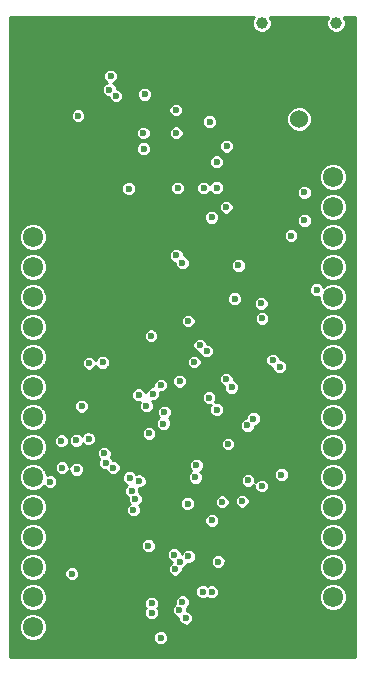
<source format=gbr>
G04 #@! TF.FileFunction,Copper,L2,Inr,Plane*
%FSLAX46Y46*%
G04 Gerber Fmt 4.6, Leading zero omitted, Abs format (unit mm)*
G04 Created by KiCad (PCBNEW 4.0.7) date 07/17/18 10:36:10*
%MOMM*%
%LPD*%
G01*
G04 APERTURE LIST*
%ADD10C,0.100000*%
%ADD11C,1.524000*%
%ADD12C,1.720000*%
%ADD13C,1.000000*%
%ADD14C,0.600000*%
%ADD15C,0.254000*%
G04 APERTURE END LIST*
D10*
D11*
X109860000Y-84010000D03*
X109860000Y-86510000D03*
D12*
X112700000Y-88950000D03*
X112700000Y-91490000D03*
X112700000Y-94030000D03*
X112700000Y-96570000D03*
X112700000Y-99110000D03*
X112700000Y-101650000D03*
X112700000Y-104190000D03*
X112700000Y-106730000D03*
X112700000Y-109270000D03*
X112700000Y-111810000D03*
X112700000Y-114350000D03*
X112700000Y-116890000D03*
X112700000Y-119430000D03*
X112700000Y-121970000D03*
X112700000Y-124510000D03*
X112700000Y-127050000D03*
X87300000Y-88950000D03*
X87300000Y-91490000D03*
X87300000Y-94030000D03*
X87300000Y-96570000D03*
X87300000Y-99110000D03*
X87300000Y-101650000D03*
X87300000Y-104190000D03*
X87300000Y-106730000D03*
X87300000Y-109270000D03*
X87300000Y-111810000D03*
X87300000Y-114350000D03*
X87300000Y-116890000D03*
X87300000Y-119430000D03*
X87300000Y-121970000D03*
X87300000Y-124510000D03*
X87300000Y-127050000D03*
D13*
X106700000Y-75900000D03*
X113000000Y-75900000D03*
D14*
X109180000Y-93890000D03*
X110310000Y-92590000D03*
X110300000Y-90230000D03*
X103350000Y-116430000D03*
X108368402Y-114121598D03*
X97150000Y-110630000D03*
X97365673Y-125803004D03*
X97372508Y-125030623D03*
X102470000Y-118000000D03*
X100420000Y-116580000D03*
X97095141Y-120138763D03*
X102460000Y-92330000D03*
X103690000Y-91480000D03*
X93224053Y-104626465D03*
X103003422Y-121478298D03*
X102453422Y-124048298D03*
X98143422Y-127928298D03*
X96700000Y-86530000D03*
X106650000Y-99630000D03*
X104720000Y-96400000D03*
X97320000Y-102370000D03*
X99570000Y-89850000D03*
X90620000Y-122510000D03*
X111341380Y-98467684D03*
X106718352Y-100887372D03*
X89728352Y-111257372D03*
X90998352Y-111227372D03*
X96670000Y-85190000D03*
X88160000Y-75830000D03*
X110840000Y-81390000D03*
X99290000Y-78970000D03*
X100130000Y-76190000D03*
X100858474Y-123479026D03*
X99067644Y-123458521D03*
X97358838Y-126630066D03*
X99909630Y-123469400D03*
X104420000Y-118990000D03*
X97154345Y-119104345D03*
X100100000Y-118260000D03*
X99560000Y-92590000D03*
X92917470Y-103852525D03*
X93888697Y-105176450D03*
X94985468Y-113681322D03*
X92375308Y-110394905D03*
X93110000Y-85810000D03*
X103013422Y-120428298D03*
X103293422Y-123468298D03*
X102493422Y-128048298D03*
X101503422Y-127928298D03*
X100853422Y-127928298D03*
X97370000Y-87610000D03*
X95440000Y-92340000D03*
X104931587Y-99968413D03*
X103320000Y-104480000D03*
X109000000Y-103580000D03*
X99440000Y-84230000D03*
X96440000Y-101940000D03*
X105038352Y-115487372D03*
X105990000Y-88830000D03*
X111191380Y-96147684D03*
X111161380Y-95057684D03*
X105868352Y-100237372D03*
X109508352Y-103077372D03*
X109028352Y-113117372D03*
X107181380Y-92597684D03*
X107201380Y-90247684D03*
X108181380Y-95967684D03*
X109521380Y-99977684D03*
X94808352Y-121287372D03*
X91618352Y-121267372D03*
X92268352Y-121277372D03*
X104910000Y-88830000D03*
X103070000Y-77490000D03*
X93240000Y-77910000D03*
X89790000Y-78970000D03*
X91890002Y-76290000D03*
X101290000Y-78330000D03*
X92340000Y-85610000D03*
X95190000Y-85610000D03*
X100560000Y-86500000D03*
X99330000Y-87530000D03*
X97870000Y-84290000D03*
X106860000Y-84310000D03*
X106360000Y-84320000D03*
X105750000Y-84230000D03*
X105700000Y-82080000D03*
X92084677Y-104679949D03*
X91146481Y-83734625D03*
X99450000Y-85180000D03*
X96780000Y-81920000D03*
X99430000Y-83250000D03*
X102280000Y-84240000D03*
X102880000Y-87640000D03*
X103720000Y-86310000D03*
X102870000Y-89820000D03*
X108205001Y-104982220D03*
X101770000Y-89860000D03*
X107630000Y-104430000D03*
X102890000Y-108610000D03*
X102226262Y-107599436D03*
X95440000Y-89910000D03*
X89780486Y-113534793D03*
X93354730Y-112311014D03*
X93474953Y-113113018D03*
X91018352Y-113667372D03*
X96928186Y-108316648D03*
X94118241Y-113529557D03*
X92047286Y-111077384D03*
X91440000Y-108320000D03*
X96274593Y-107371250D03*
X93900000Y-80390000D03*
X98375433Y-109801626D03*
X99724742Y-125599478D03*
X99280000Y-120890000D03*
X100981587Y-104581587D03*
X100470000Y-101110000D03*
X98451933Y-108822419D03*
X100260950Y-126268809D03*
X100488422Y-121038298D03*
X104400000Y-99230000D03*
X95834783Y-117118186D03*
X106700000Y-115080000D03*
X103840000Y-111530000D03*
X99975549Y-96193218D03*
X102030000Y-103650000D03*
X99460000Y-95560000D03*
X101460556Y-103161906D03*
X95517472Y-114387593D03*
X96328745Y-114646872D03*
X101082042Y-114344016D03*
X99741942Y-121480857D03*
X105038343Y-116365909D03*
X101703705Y-124027620D03*
X105540000Y-114610000D03*
X99972902Y-124891722D03*
X101166645Y-113331737D03*
X99366338Y-122130030D03*
X105490000Y-109960000D03*
X105990000Y-109380000D03*
X104149024Y-106730557D03*
X103686787Y-106037200D03*
X99740000Y-106210000D03*
X88767407Y-114717408D03*
X95694422Y-115487604D03*
X96000021Y-116172532D03*
X97475647Y-107278405D03*
X93804229Y-81520227D03*
X98158850Y-106535556D03*
X94355771Y-82071769D03*
D15*
G36*
X105999312Y-75430930D02*
X105873144Y-75734778D01*
X105872857Y-76063779D01*
X105998495Y-76367846D01*
X106230930Y-76600688D01*
X106534778Y-76726856D01*
X106863779Y-76727143D01*
X107167846Y-76601505D01*
X107400688Y-76369070D01*
X107526856Y-76065222D01*
X107527143Y-75736221D01*
X107401505Y-75432154D01*
X107371404Y-75402000D01*
X112328293Y-75402000D01*
X112299312Y-75430930D01*
X112173144Y-75734778D01*
X112172857Y-76063779D01*
X112298495Y-76367846D01*
X112530930Y-76600688D01*
X112834778Y-76726856D01*
X113163779Y-76727143D01*
X113467846Y-76601505D01*
X113700688Y-76369070D01*
X113826856Y-76065222D01*
X113827143Y-75736221D01*
X113701505Y-75432154D01*
X113671404Y-75402000D01*
X114598000Y-75402000D01*
X114598000Y-129598000D01*
X85402000Y-129598000D01*
X85402000Y-127285073D01*
X86112794Y-127285073D01*
X86293123Y-127721503D01*
X86626740Y-128055703D01*
X87062855Y-128236794D01*
X87535073Y-128237206D01*
X87971503Y-128056877D01*
X87975918Y-128052469D01*
X97516313Y-128052469D01*
X97611567Y-128283001D01*
X97787791Y-128459533D01*
X98018157Y-128555189D01*
X98267593Y-128555407D01*
X98498125Y-128460153D01*
X98674657Y-128283929D01*
X98770313Y-128053563D01*
X98770531Y-127804127D01*
X98675277Y-127573595D01*
X98499053Y-127397063D01*
X98268687Y-127301407D01*
X98019251Y-127301189D01*
X97788719Y-127396443D01*
X97612187Y-127572667D01*
X97516531Y-127803033D01*
X97516313Y-128052469D01*
X87975918Y-128052469D01*
X88305703Y-127723260D01*
X88486794Y-127287145D01*
X88487206Y-126814927D01*
X88306877Y-126378497D01*
X87973260Y-126044297D01*
X87691200Y-125927175D01*
X96738564Y-125927175D01*
X96833818Y-126157707D01*
X97010042Y-126334239D01*
X97240408Y-126429895D01*
X97489844Y-126430113D01*
X97720376Y-126334859D01*
X97896908Y-126158635D01*
X97992564Y-125928269D01*
X97992742Y-125723649D01*
X99097633Y-125723649D01*
X99192887Y-125954181D01*
X99369111Y-126130713D01*
X99599477Y-126226369D01*
X99633987Y-126226399D01*
X99633841Y-126392980D01*
X99729095Y-126623512D01*
X99905319Y-126800044D01*
X100135685Y-126895700D01*
X100385121Y-126895918D01*
X100615653Y-126800664D01*
X100792185Y-126624440D01*
X100887841Y-126394074D01*
X100888059Y-126144638D01*
X100792805Y-125914106D01*
X100616581Y-125737574D01*
X100386215Y-125641918D01*
X100351705Y-125641888D01*
X100351851Y-125475307D01*
X100329638Y-125421548D01*
X100504137Y-125247353D01*
X100599793Y-125016987D01*
X100600011Y-124767551D01*
X100590724Y-124745073D01*
X111512794Y-124745073D01*
X111693123Y-125181503D01*
X112026740Y-125515703D01*
X112462855Y-125696794D01*
X112935073Y-125697206D01*
X113371503Y-125516877D01*
X113705703Y-125183260D01*
X113886794Y-124747145D01*
X113887206Y-124274927D01*
X113706877Y-123838497D01*
X113373260Y-123504297D01*
X112937145Y-123323206D01*
X112464927Y-123322794D01*
X112028497Y-123503123D01*
X111694297Y-123836740D01*
X111513206Y-124272855D01*
X111512794Y-124745073D01*
X100590724Y-124745073D01*
X100504757Y-124537019D01*
X100328533Y-124360487D01*
X100098167Y-124264831D01*
X99848731Y-124264613D01*
X99618199Y-124359867D01*
X99441667Y-124536091D01*
X99346011Y-124766457D01*
X99345793Y-125015893D01*
X99368006Y-125069652D01*
X99193507Y-125243847D01*
X99097851Y-125474213D01*
X99097633Y-125723649D01*
X97992742Y-125723649D01*
X97992782Y-125678833D01*
X97897528Y-125448301D01*
X97869607Y-125420331D01*
X97903743Y-125386254D01*
X97999399Y-125155888D01*
X97999617Y-124906452D01*
X97904363Y-124675920D01*
X97728139Y-124499388D01*
X97497773Y-124403732D01*
X97248337Y-124403514D01*
X97017805Y-124498768D01*
X96841273Y-124674992D01*
X96745617Y-124905358D01*
X96745399Y-125154794D01*
X96840653Y-125385326D01*
X96868574Y-125413296D01*
X96834438Y-125447373D01*
X96738782Y-125677739D01*
X96738564Y-125927175D01*
X87691200Y-125927175D01*
X87537145Y-125863206D01*
X87064927Y-125862794D01*
X86628497Y-126043123D01*
X86294297Y-126376740D01*
X86113206Y-126812855D01*
X86112794Y-127285073D01*
X85402000Y-127285073D01*
X85402000Y-124745073D01*
X86112794Y-124745073D01*
X86293123Y-125181503D01*
X86626740Y-125515703D01*
X87062855Y-125696794D01*
X87535073Y-125697206D01*
X87971503Y-125516877D01*
X88305703Y-125183260D01*
X88486794Y-124747145D01*
X88487206Y-124274927D01*
X88436328Y-124151791D01*
X101076596Y-124151791D01*
X101171850Y-124382323D01*
X101348074Y-124558855D01*
X101578440Y-124654511D01*
X101827876Y-124654729D01*
X102058408Y-124559475D01*
X102068105Y-124549795D01*
X102097791Y-124579533D01*
X102328157Y-124675189D01*
X102577593Y-124675407D01*
X102808125Y-124580153D01*
X102984657Y-124403929D01*
X103080313Y-124173563D01*
X103080531Y-123924127D01*
X102985277Y-123693595D01*
X102809053Y-123517063D01*
X102578687Y-123421407D01*
X102329251Y-123421189D01*
X102098719Y-123516443D01*
X102089022Y-123526123D01*
X102059336Y-123496385D01*
X101828970Y-123400729D01*
X101579534Y-123400511D01*
X101349002Y-123495765D01*
X101172470Y-123671989D01*
X101076814Y-123902355D01*
X101076596Y-124151791D01*
X88436328Y-124151791D01*
X88306877Y-123838497D01*
X87973260Y-123504297D01*
X87537145Y-123323206D01*
X87064927Y-123322794D01*
X86628497Y-123503123D01*
X86294297Y-123836740D01*
X86113206Y-124272855D01*
X86112794Y-124745073D01*
X85402000Y-124745073D01*
X85402000Y-122205073D01*
X86112794Y-122205073D01*
X86293123Y-122641503D01*
X86626740Y-122975703D01*
X87062855Y-123156794D01*
X87535073Y-123157206D01*
X87971503Y-122976877D01*
X88305703Y-122643260D01*
X88309477Y-122634171D01*
X89992891Y-122634171D01*
X90088145Y-122864703D01*
X90264369Y-123041235D01*
X90494735Y-123136891D01*
X90744171Y-123137109D01*
X90974703Y-123041855D01*
X91151235Y-122865631D01*
X91246891Y-122635265D01*
X91247109Y-122385829D01*
X91151855Y-122155297D01*
X90975631Y-121978765D01*
X90745265Y-121883109D01*
X90495829Y-121882891D01*
X90265297Y-121978145D01*
X90088765Y-122154369D01*
X89993109Y-122384735D01*
X89992891Y-122634171D01*
X88309477Y-122634171D01*
X88486794Y-122207145D01*
X88487206Y-121734927D01*
X88306877Y-121298497D01*
X88023047Y-121014171D01*
X98652891Y-121014171D01*
X98748145Y-121244703D01*
X98924369Y-121421235D01*
X99114924Y-121500360D01*
X99114876Y-121555517D01*
X99011635Y-121598175D01*
X98835103Y-121774399D01*
X98739447Y-122004765D01*
X98739229Y-122254201D01*
X98834483Y-122484733D01*
X99010707Y-122661265D01*
X99241073Y-122756921D01*
X99490509Y-122757139D01*
X99721041Y-122661885D01*
X99897573Y-122485661D01*
X99993229Y-122255295D01*
X99993272Y-122205073D01*
X111512794Y-122205073D01*
X111693123Y-122641503D01*
X112026740Y-122975703D01*
X112462855Y-123156794D01*
X112935073Y-123157206D01*
X113371503Y-122976877D01*
X113705703Y-122643260D01*
X113886794Y-122207145D01*
X113887206Y-121734927D01*
X113706877Y-121298497D01*
X113373260Y-120964297D01*
X112937145Y-120783206D01*
X112464927Y-120782794D01*
X112028497Y-120963123D01*
X111694297Y-121296740D01*
X111513206Y-121732855D01*
X111512794Y-122205073D01*
X99993272Y-122205073D01*
X99993404Y-122055370D01*
X100096645Y-122012712D01*
X100273177Y-121836488D01*
X100347079Y-121658513D01*
X100363157Y-121665189D01*
X100612593Y-121665407D01*
X100764914Y-121602469D01*
X102376313Y-121602469D01*
X102471567Y-121833001D01*
X102647791Y-122009533D01*
X102878157Y-122105189D01*
X103127593Y-122105407D01*
X103358125Y-122010153D01*
X103534657Y-121833929D01*
X103630313Y-121603563D01*
X103630531Y-121354127D01*
X103535277Y-121123595D01*
X103359053Y-120947063D01*
X103128687Y-120851407D01*
X102879251Y-120851189D01*
X102648719Y-120946443D01*
X102472187Y-121122667D01*
X102376531Y-121353033D01*
X102376313Y-121602469D01*
X100764914Y-121602469D01*
X100843125Y-121570153D01*
X101019657Y-121393929D01*
X101115313Y-121163563D01*
X101115531Y-120914127D01*
X101020277Y-120683595D01*
X100844053Y-120507063D01*
X100613687Y-120411407D01*
X100364251Y-120411189D01*
X100133719Y-120506443D01*
X99957187Y-120682667D01*
X99907076Y-120803348D01*
X99907109Y-120765829D01*
X99811855Y-120535297D01*
X99635631Y-120358765D01*
X99405265Y-120263109D01*
X99155829Y-120262891D01*
X98925297Y-120358145D01*
X98748765Y-120534369D01*
X98653109Y-120764735D01*
X98652891Y-121014171D01*
X88023047Y-121014171D01*
X87973260Y-120964297D01*
X87537145Y-120783206D01*
X87064927Y-120782794D01*
X86628497Y-120963123D01*
X86294297Y-121296740D01*
X86113206Y-121732855D01*
X86112794Y-122205073D01*
X85402000Y-122205073D01*
X85402000Y-119665073D01*
X86112794Y-119665073D01*
X86293123Y-120101503D01*
X86626740Y-120435703D01*
X87062855Y-120616794D01*
X87535073Y-120617206D01*
X87971503Y-120436877D01*
X88145749Y-120262934D01*
X96468032Y-120262934D01*
X96563286Y-120493466D01*
X96739510Y-120669998D01*
X96969876Y-120765654D01*
X97219312Y-120765872D01*
X97449844Y-120670618D01*
X97626376Y-120494394D01*
X97722032Y-120264028D01*
X97722250Y-120014592D01*
X97626996Y-119784060D01*
X97508217Y-119665073D01*
X111512794Y-119665073D01*
X111693123Y-120101503D01*
X112026740Y-120435703D01*
X112462855Y-120616794D01*
X112935073Y-120617206D01*
X113371503Y-120436877D01*
X113705703Y-120103260D01*
X113886794Y-119667145D01*
X113887206Y-119194927D01*
X113706877Y-118758497D01*
X113373260Y-118424297D01*
X112937145Y-118243206D01*
X112464927Y-118242794D01*
X112028497Y-118423123D01*
X111694297Y-118756740D01*
X111513206Y-119192855D01*
X111512794Y-119665073D01*
X97508217Y-119665073D01*
X97450772Y-119607528D01*
X97220406Y-119511872D01*
X96970970Y-119511654D01*
X96740438Y-119606908D01*
X96563906Y-119783132D01*
X96468250Y-120013498D01*
X96468032Y-120262934D01*
X88145749Y-120262934D01*
X88305703Y-120103260D01*
X88486794Y-119667145D01*
X88487206Y-119194927D01*
X88306877Y-118758497D01*
X87973260Y-118424297D01*
X87537145Y-118243206D01*
X87064927Y-118242794D01*
X86628497Y-118423123D01*
X86294297Y-118756740D01*
X86113206Y-119192855D01*
X86112794Y-119665073D01*
X85402000Y-119665073D01*
X85402000Y-118124171D01*
X101842891Y-118124171D01*
X101938145Y-118354703D01*
X102114369Y-118531235D01*
X102344735Y-118626891D01*
X102594171Y-118627109D01*
X102824703Y-118531855D01*
X103001235Y-118355631D01*
X103096891Y-118125265D01*
X103097109Y-117875829D01*
X103001855Y-117645297D01*
X102825631Y-117468765D01*
X102595265Y-117373109D01*
X102345829Y-117372891D01*
X102115297Y-117468145D01*
X101938765Y-117644369D01*
X101843109Y-117874735D01*
X101842891Y-118124171D01*
X85402000Y-118124171D01*
X85402000Y-117125073D01*
X86112794Y-117125073D01*
X86293123Y-117561503D01*
X86626740Y-117895703D01*
X87062855Y-118076794D01*
X87535073Y-118077206D01*
X87971503Y-117896877D01*
X88305703Y-117563260D01*
X88486794Y-117127145D01*
X88487206Y-116654927D01*
X88306877Y-116218497D01*
X87973260Y-115884297D01*
X87537145Y-115703206D01*
X87064927Y-115702794D01*
X86628497Y-115883123D01*
X86294297Y-116216740D01*
X86113206Y-116652855D01*
X86112794Y-117125073D01*
X85402000Y-117125073D01*
X85402000Y-114585073D01*
X86112794Y-114585073D01*
X86293123Y-115021503D01*
X86626740Y-115355703D01*
X87062855Y-115536794D01*
X87535073Y-115537206D01*
X87971503Y-115356877D01*
X88246141Y-115082718D01*
X88411776Y-115248643D01*
X88642142Y-115344299D01*
X88891578Y-115344517D01*
X89122110Y-115249263D01*
X89298642Y-115073039D01*
X89394298Y-114842673D01*
X89394516Y-114593237D01*
X89360853Y-114511764D01*
X94890363Y-114511764D01*
X94985617Y-114742296D01*
X95161841Y-114918828D01*
X95313585Y-114981837D01*
X95163187Y-115131973D01*
X95067531Y-115362339D01*
X95067313Y-115611775D01*
X95162567Y-115842307D01*
X95338791Y-116018839D01*
X95378148Y-116035182D01*
X95373130Y-116047267D01*
X95372912Y-116296703D01*
X95468166Y-116527235D01*
X95513411Y-116572559D01*
X95480080Y-116586331D01*
X95303548Y-116762555D01*
X95207892Y-116992921D01*
X95207674Y-117242357D01*
X95302928Y-117472889D01*
X95479152Y-117649421D01*
X95709518Y-117745077D01*
X95958954Y-117745295D01*
X96189486Y-117650041D01*
X96366018Y-117473817D01*
X96461674Y-117243451D01*
X96461892Y-116994015D01*
X96366638Y-116763483D01*
X96321393Y-116718159D01*
X96354724Y-116704387D01*
X96354940Y-116704171D01*
X99792891Y-116704171D01*
X99888145Y-116934703D01*
X100064369Y-117111235D01*
X100294735Y-117206891D01*
X100544171Y-117207109D01*
X100742713Y-117125073D01*
X111512794Y-117125073D01*
X111693123Y-117561503D01*
X112026740Y-117895703D01*
X112462855Y-118076794D01*
X112935073Y-118077206D01*
X113371503Y-117896877D01*
X113705703Y-117563260D01*
X113886794Y-117127145D01*
X113887206Y-116654927D01*
X113706877Y-116218497D01*
X113373260Y-115884297D01*
X112937145Y-115703206D01*
X112464927Y-115702794D01*
X112028497Y-115883123D01*
X111694297Y-116216740D01*
X111513206Y-116652855D01*
X111512794Y-117125073D01*
X100742713Y-117125073D01*
X100774703Y-117111855D01*
X100951235Y-116935631D01*
X101046891Y-116705265D01*
X101047023Y-116554171D01*
X102722891Y-116554171D01*
X102818145Y-116784703D01*
X102994369Y-116961235D01*
X103224735Y-117056891D01*
X103474171Y-117057109D01*
X103704703Y-116961855D01*
X103881235Y-116785631D01*
X103976891Y-116555265D01*
X103976947Y-116490080D01*
X104411234Y-116490080D01*
X104506488Y-116720612D01*
X104682712Y-116897144D01*
X104913078Y-116992800D01*
X105162514Y-116993018D01*
X105393046Y-116897764D01*
X105569578Y-116721540D01*
X105665234Y-116491174D01*
X105665452Y-116241738D01*
X105570198Y-116011206D01*
X105393974Y-115834674D01*
X105163608Y-115739018D01*
X104914172Y-115738800D01*
X104683640Y-115834054D01*
X104507108Y-116010278D01*
X104411452Y-116240644D01*
X104411234Y-116490080D01*
X103976947Y-116490080D01*
X103977109Y-116305829D01*
X103881855Y-116075297D01*
X103705631Y-115898765D01*
X103475265Y-115803109D01*
X103225829Y-115802891D01*
X102995297Y-115898145D01*
X102818765Y-116074369D01*
X102723109Y-116304735D01*
X102722891Y-116554171D01*
X101047023Y-116554171D01*
X101047109Y-116455829D01*
X100951855Y-116225297D01*
X100775631Y-116048765D01*
X100545265Y-115953109D01*
X100295829Y-115952891D01*
X100065297Y-116048145D01*
X99888765Y-116224369D01*
X99793109Y-116454735D01*
X99792891Y-116704171D01*
X96354940Y-116704171D01*
X96531256Y-116528163D01*
X96626912Y-116297797D01*
X96627130Y-116048361D01*
X96531876Y-115817829D01*
X96355652Y-115641297D01*
X96316295Y-115624954D01*
X96321313Y-115612869D01*
X96321531Y-115363433D01*
X96284509Y-115273834D01*
X96452916Y-115273981D01*
X96683448Y-115178727D01*
X96859980Y-115002503D01*
X96955636Y-114772137D01*
X96955854Y-114522701D01*
X96933330Y-114468187D01*
X100454933Y-114468187D01*
X100550187Y-114698719D01*
X100726411Y-114875251D01*
X100956777Y-114970907D01*
X101206213Y-114971125D01*
X101436745Y-114875871D01*
X101578692Y-114734171D01*
X104912891Y-114734171D01*
X105008145Y-114964703D01*
X105184369Y-115141235D01*
X105414735Y-115236891D01*
X105664171Y-115237109D01*
X105894703Y-115141855D01*
X106071235Y-114965631D01*
X106073103Y-114961131D01*
X106072891Y-115204171D01*
X106168145Y-115434703D01*
X106344369Y-115611235D01*
X106574735Y-115706891D01*
X106824171Y-115707109D01*
X107054703Y-115611855D01*
X107231235Y-115435631D01*
X107326891Y-115205265D01*
X107327109Y-114955829D01*
X107231855Y-114725297D01*
X107055631Y-114548765D01*
X106825265Y-114453109D01*
X106575829Y-114452891D01*
X106345297Y-114548145D01*
X106168765Y-114724369D01*
X106166897Y-114728869D01*
X106167109Y-114485829D01*
X106071855Y-114255297D01*
X106062344Y-114245769D01*
X107741293Y-114245769D01*
X107836547Y-114476301D01*
X108012771Y-114652833D01*
X108243137Y-114748489D01*
X108492573Y-114748707D01*
X108723105Y-114653453D01*
X108791604Y-114585073D01*
X111512794Y-114585073D01*
X111693123Y-115021503D01*
X112026740Y-115355703D01*
X112462855Y-115536794D01*
X112935073Y-115537206D01*
X113371503Y-115356877D01*
X113705703Y-115023260D01*
X113886794Y-114587145D01*
X113887206Y-114114927D01*
X113706877Y-113678497D01*
X113373260Y-113344297D01*
X112937145Y-113163206D01*
X112464927Y-113162794D01*
X112028497Y-113343123D01*
X111694297Y-113676740D01*
X111513206Y-114112855D01*
X111512794Y-114585073D01*
X108791604Y-114585073D01*
X108899637Y-114477229D01*
X108995293Y-114246863D01*
X108995511Y-113997427D01*
X108900257Y-113766895D01*
X108724033Y-113590363D01*
X108493667Y-113494707D01*
X108244231Y-113494489D01*
X108013699Y-113589743D01*
X107837167Y-113765967D01*
X107741511Y-113996333D01*
X107741293Y-114245769D01*
X106062344Y-114245769D01*
X105895631Y-114078765D01*
X105665265Y-113983109D01*
X105415829Y-113982891D01*
X105185297Y-114078145D01*
X105008765Y-114254369D01*
X104913109Y-114484735D01*
X104912891Y-114734171D01*
X101578692Y-114734171D01*
X101613277Y-114699647D01*
X101708933Y-114469281D01*
X101709151Y-114219845D01*
X101613897Y-113989313D01*
X101498018Y-113873232D01*
X101521348Y-113863592D01*
X101697880Y-113687368D01*
X101793536Y-113457002D01*
X101793754Y-113207566D01*
X101698500Y-112977034D01*
X101522276Y-112800502D01*
X101291910Y-112704846D01*
X101042474Y-112704628D01*
X100811942Y-112799882D01*
X100635410Y-112976106D01*
X100539754Y-113206472D01*
X100539536Y-113455908D01*
X100634790Y-113686440D01*
X100750669Y-113802521D01*
X100727339Y-113812161D01*
X100550807Y-113988385D01*
X100455151Y-114218751D01*
X100454933Y-114468187D01*
X96933330Y-114468187D01*
X96860600Y-114292169D01*
X96684376Y-114115637D01*
X96454010Y-114019981D01*
X96204574Y-114019763D01*
X96067334Y-114076470D01*
X96049327Y-114032890D01*
X95873103Y-113856358D01*
X95642737Y-113760702D01*
X95393301Y-113760484D01*
X95162769Y-113855738D01*
X94986237Y-114031962D01*
X94890581Y-114262328D01*
X94890363Y-114511764D01*
X89360853Y-114511764D01*
X89299262Y-114362705D01*
X89123038Y-114186173D01*
X88892672Y-114090517D01*
X88643236Y-114090299D01*
X88487171Y-114154784D01*
X88487206Y-114114927D01*
X88306877Y-113678497D01*
X88287379Y-113658964D01*
X89153377Y-113658964D01*
X89248631Y-113889496D01*
X89424855Y-114066028D01*
X89655221Y-114161684D01*
X89904657Y-114161902D01*
X90135189Y-114066648D01*
X90311721Y-113890424D01*
X90391324Y-113698718D01*
X90391243Y-113791543D01*
X90486497Y-114022075D01*
X90662721Y-114198607D01*
X90893087Y-114294263D01*
X91142523Y-114294481D01*
X91373055Y-114199227D01*
X91549587Y-114023003D01*
X91645243Y-113792637D01*
X91645461Y-113543201D01*
X91550207Y-113312669D01*
X91373983Y-113136137D01*
X91143617Y-113040481D01*
X90894181Y-113040263D01*
X90663649Y-113135517D01*
X90487117Y-113311741D01*
X90407514Y-113503447D01*
X90407595Y-113410622D01*
X90312341Y-113180090D01*
X90136117Y-113003558D01*
X89905751Y-112907902D01*
X89656315Y-112907684D01*
X89425783Y-113002938D01*
X89249251Y-113179162D01*
X89153595Y-113409528D01*
X89153377Y-113658964D01*
X88287379Y-113658964D01*
X87973260Y-113344297D01*
X87537145Y-113163206D01*
X87064927Y-113162794D01*
X86628497Y-113343123D01*
X86294297Y-113676740D01*
X86113206Y-114112855D01*
X86112794Y-114585073D01*
X85402000Y-114585073D01*
X85402000Y-112045073D01*
X86112794Y-112045073D01*
X86293123Y-112481503D01*
X86626740Y-112815703D01*
X87062855Y-112996794D01*
X87535073Y-112997206D01*
X87971503Y-112816877D01*
X88305703Y-112483260D01*
X88325665Y-112435185D01*
X92727621Y-112435185D01*
X92822875Y-112665717D01*
X92935101Y-112778139D01*
X92848062Y-112987753D01*
X92847844Y-113237189D01*
X92943098Y-113467721D01*
X93119322Y-113644253D01*
X93349688Y-113739909D01*
X93526805Y-113740064D01*
X93586386Y-113884260D01*
X93762610Y-114060792D01*
X93992976Y-114156448D01*
X94242412Y-114156666D01*
X94472944Y-114061412D01*
X94649476Y-113885188D01*
X94745132Y-113654822D01*
X94745350Y-113405386D01*
X94650096Y-113174854D01*
X94473872Y-112998322D01*
X94243506Y-112902666D01*
X94066389Y-112902511D01*
X94006808Y-112758315D01*
X93894582Y-112645893D01*
X93981621Y-112436279D01*
X93981839Y-112186843D01*
X93886585Y-111956311D01*
X93710361Y-111779779D01*
X93479995Y-111684123D01*
X93230559Y-111683905D01*
X93000027Y-111779159D01*
X92823495Y-111955383D01*
X92727839Y-112185749D01*
X92727621Y-112435185D01*
X88325665Y-112435185D01*
X88486794Y-112047145D01*
X88487206Y-111574927D01*
X88407302Y-111381543D01*
X89101243Y-111381543D01*
X89196497Y-111612075D01*
X89372721Y-111788607D01*
X89603087Y-111884263D01*
X89852523Y-111884481D01*
X90083055Y-111789227D01*
X90259587Y-111613003D01*
X90355243Y-111382637D01*
X90355270Y-111351543D01*
X90371243Y-111351543D01*
X90466497Y-111582075D01*
X90642721Y-111758607D01*
X90873087Y-111854263D01*
X91122523Y-111854481D01*
X91353055Y-111759227D01*
X91529587Y-111583003D01*
X91569685Y-111486436D01*
X91691655Y-111608619D01*
X91922021Y-111704275D01*
X92171457Y-111704493D01*
X92293245Y-111654171D01*
X103212891Y-111654171D01*
X103308145Y-111884703D01*
X103484369Y-112061235D01*
X103714735Y-112156891D01*
X103964171Y-112157109D01*
X104194703Y-112061855D01*
X104211514Y-112045073D01*
X111512794Y-112045073D01*
X111693123Y-112481503D01*
X112026740Y-112815703D01*
X112462855Y-112996794D01*
X112935073Y-112997206D01*
X113371503Y-112816877D01*
X113705703Y-112483260D01*
X113886794Y-112047145D01*
X113887206Y-111574927D01*
X113706877Y-111138497D01*
X113373260Y-110804297D01*
X112937145Y-110623206D01*
X112464927Y-110622794D01*
X112028497Y-110803123D01*
X111694297Y-111136740D01*
X111513206Y-111572855D01*
X111512794Y-112045073D01*
X104211514Y-112045073D01*
X104371235Y-111885631D01*
X104466891Y-111655265D01*
X104467109Y-111405829D01*
X104371855Y-111175297D01*
X104195631Y-110998765D01*
X103965265Y-110903109D01*
X103715829Y-110902891D01*
X103485297Y-110998145D01*
X103308765Y-111174369D01*
X103213109Y-111404735D01*
X103212891Y-111654171D01*
X92293245Y-111654171D01*
X92401989Y-111609239D01*
X92578521Y-111433015D01*
X92674177Y-111202649D01*
X92674395Y-110953213D01*
X92592153Y-110754171D01*
X96522891Y-110754171D01*
X96618145Y-110984703D01*
X96794369Y-111161235D01*
X97024735Y-111256891D01*
X97274171Y-111257109D01*
X97504703Y-111161855D01*
X97681235Y-110985631D01*
X97776891Y-110755265D01*
X97777109Y-110505829D01*
X97681855Y-110275297D01*
X97505631Y-110098765D01*
X97275265Y-110003109D01*
X97025829Y-110002891D01*
X96795297Y-110098145D01*
X96618765Y-110274369D01*
X96523109Y-110504735D01*
X96522891Y-110754171D01*
X92592153Y-110754171D01*
X92579141Y-110722681D01*
X92402917Y-110546149D01*
X92172551Y-110450493D01*
X91923115Y-110450275D01*
X91692583Y-110545529D01*
X91516051Y-110721753D01*
X91475953Y-110818320D01*
X91353983Y-110696137D01*
X91123617Y-110600481D01*
X90874181Y-110600263D01*
X90643649Y-110695517D01*
X90467117Y-110871741D01*
X90371461Y-111102107D01*
X90371243Y-111351543D01*
X90355270Y-111351543D01*
X90355461Y-111133201D01*
X90260207Y-110902669D01*
X90083983Y-110726137D01*
X89853617Y-110630481D01*
X89604181Y-110630263D01*
X89373649Y-110725517D01*
X89197117Y-110901741D01*
X89101461Y-111132107D01*
X89101243Y-111381543D01*
X88407302Y-111381543D01*
X88306877Y-111138497D01*
X87973260Y-110804297D01*
X87537145Y-110623206D01*
X87064927Y-110622794D01*
X86628497Y-110803123D01*
X86294297Y-111136740D01*
X86113206Y-111572855D01*
X86112794Y-112045073D01*
X85402000Y-112045073D01*
X85402000Y-109505073D01*
X86112794Y-109505073D01*
X86293123Y-109941503D01*
X86626740Y-110275703D01*
X87062855Y-110456794D01*
X87535073Y-110457206D01*
X87971503Y-110276877D01*
X88305703Y-109943260D01*
X88312954Y-109925797D01*
X97748324Y-109925797D01*
X97843578Y-110156329D01*
X98019802Y-110332861D01*
X98250168Y-110428517D01*
X98499604Y-110428735D01*
X98730136Y-110333481D01*
X98906668Y-110157257D01*
X98937015Y-110084171D01*
X104862891Y-110084171D01*
X104958145Y-110314703D01*
X105134369Y-110491235D01*
X105364735Y-110586891D01*
X105614171Y-110587109D01*
X105844703Y-110491855D01*
X106021235Y-110315631D01*
X106116891Y-110085265D01*
X106116960Y-110005956D01*
X106344703Y-109911855D01*
X106521235Y-109735631D01*
X106616891Y-109505265D01*
X106616891Y-109505073D01*
X111512794Y-109505073D01*
X111693123Y-109941503D01*
X112026740Y-110275703D01*
X112462855Y-110456794D01*
X112935073Y-110457206D01*
X113371503Y-110276877D01*
X113705703Y-109943260D01*
X113886794Y-109507145D01*
X113887206Y-109034927D01*
X113706877Y-108598497D01*
X113373260Y-108264297D01*
X112937145Y-108083206D01*
X112464927Y-108082794D01*
X112028497Y-108263123D01*
X111694297Y-108596740D01*
X111513206Y-109032855D01*
X111512794Y-109505073D01*
X106616891Y-109505073D01*
X106617109Y-109255829D01*
X106521855Y-109025297D01*
X106345631Y-108848765D01*
X106115265Y-108753109D01*
X105865829Y-108752891D01*
X105635297Y-108848145D01*
X105458765Y-109024369D01*
X105363109Y-109254735D01*
X105363040Y-109334044D01*
X105135297Y-109428145D01*
X104958765Y-109604369D01*
X104863109Y-109834735D01*
X104862891Y-110084171D01*
X98937015Y-110084171D01*
X99002324Y-109926891D01*
X99002542Y-109677455D01*
X98907288Y-109446923D01*
X98810725Y-109350192D01*
X98983168Y-109178050D01*
X99078824Y-108947684D01*
X99079042Y-108698248D01*
X98983788Y-108467716D01*
X98807564Y-108291184D01*
X98577198Y-108195528D01*
X98327762Y-108195310D01*
X98097230Y-108290564D01*
X97920698Y-108466788D01*
X97825042Y-108697154D01*
X97824824Y-108946590D01*
X97920078Y-109177122D01*
X98016641Y-109273853D01*
X97844198Y-109445995D01*
X97748542Y-109676361D01*
X97748324Y-109925797D01*
X88312954Y-109925797D01*
X88486794Y-109507145D01*
X88487206Y-109034927D01*
X88306877Y-108598497D01*
X88152821Y-108444171D01*
X90812891Y-108444171D01*
X90908145Y-108674703D01*
X91084369Y-108851235D01*
X91314735Y-108946891D01*
X91564171Y-108947109D01*
X91794703Y-108851855D01*
X91971235Y-108675631D01*
X92066891Y-108445265D01*
X92067109Y-108195829D01*
X91971855Y-107965297D01*
X91795631Y-107788765D01*
X91565265Y-107693109D01*
X91315829Y-107692891D01*
X91085297Y-107788145D01*
X90908765Y-107964369D01*
X90813109Y-108194735D01*
X90812891Y-108444171D01*
X88152821Y-108444171D01*
X87973260Y-108264297D01*
X87537145Y-108083206D01*
X87064927Y-108082794D01*
X86628497Y-108263123D01*
X86294297Y-108596740D01*
X86113206Y-109032855D01*
X86112794Y-109505073D01*
X85402000Y-109505073D01*
X85402000Y-106965073D01*
X86112794Y-106965073D01*
X86293123Y-107401503D01*
X86626740Y-107735703D01*
X87062855Y-107916794D01*
X87535073Y-107917206D01*
X87971503Y-107736877D01*
X88213380Y-107495421D01*
X95647484Y-107495421D01*
X95742738Y-107725953D01*
X95918962Y-107902485D01*
X96149328Y-107998141D01*
X96381452Y-107998344D01*
X96301295Y-108191383D01*
X96301077Y-108440819D01*
X96396331Y-108671351D01*
X96572555Y-108847883D01*
X96802921Y-108943539D01*
X97052357Y-108943757D01*
X97282889Y-108848503D01*
X97459421Y-108672279D01*
X97555077Y-108441913D01*
X97555295Y-108192477D01*
X97460041Y-107961945D01*
X97403537Y-107905342D01*
X97599818Y-107905514D01*
X97830350Y-107810260D01*
X97917154Y-107723607D01*
X101599153Y-107723607D01*
X101694407Y-107954139D01*
X101870631Y-108130671D01*
X102100997Y-108226327D01*
X102350433Y-108226545D01*
X102412207Y-108201021D01*
X102358765Y-108254369D01*
X102263109Y-108484735D01*
X102262891Y-108734171D01*
X102358145Y-108964703D01*
X102534369Y-109141235D01*
X102764735Y-109236891D01*
X103014171Y-109237109D01*
X103244703Y-109141855D01*
X103421235Y-108965631D01*
X103516891Y-108735265D01*
X103517109Y-108485829D01*
X103421855Y-108255297D01*
X103245631Y-108078765D01*
X103015265Y-107983109D01*
X102765829Y-107982891D01*
X102704055Y-108008415D01*
X102757497Y-107955067D01*
X102853153Y-107724701D01*
X102853371Y-107475265D01*
X102758117Y-107244733D01*
X102581893Y-107068201D01*
X102351527Y-106972545D01*
X102102091Y-106972327D01*
X101871559Y-107067581D01*
X101695027Y-107243805D01*
X101599371Y-107474171D01*
X101599153Y-107723607D01*
X97917154Y-107723607D01*
X98006882Y-107634036D01*
X98102538Y-107403670D01*
X98102749Y-107162507D01*
X98283021Y-107162665D01*
X98513553Y-107067411D01*
X98690085Y-106891187D01*
X98785741Y-106660821D01*
X98785959Y-106411385D01*
X98754055Y-106334171D01*
X99112891Y-106334171D01*
X99208145Y-106564703D01*
X99384369Y-106741235D01*
X99614735Y-106836891D01*
X99864171Y-106837109D01*
X100094703Y-106741855D01*
X100271235Y-106565631D01*
X100366891Y-106335265D01*
X100367042Y-106161371D01*
X103059678Y-106161371D01*
X103154932Y-106391903D01*
X103331156Y-106568435D01*
X103522096Y-106647720D01*
X103521915Y-106854728D01*
X103617169Y-107085260D01*
X103793393Y-107261792D01*
X104023759Y-107357448D01*
X104273195Y-107357666D01*
X104503727Y-107262412D01*
X104680259Y-107086188D01*
X104730550Y-106965073D01*
X111512794Y-106965073D01*
X111693123Y-107401503D01*
X112026740Y-107735703D01*
X112462855Y-107916794D01*
X112935073Y-107917206D01*
X113371503Y-107736877D01*
X113705703Y-107403260D01*
X113886794Y-106967145D01*
X113887206Y-106494927D01*
X113706877Y-106058497D01*
X113373260Y-105724297D01*
X112937145Y-105543206D01*
X112464927Y-105542794D01*
X112028497Y-105723123D01*
X111694297Y-106056740D01*
X111513206Y-106492855D01*
X111512794Y-106965073D01*
X104730550Y-106965073D01*
X104775915Y-106855822D01*
X104776133Y-106606386D01*
X104680879Y-106375854D01*
X104504655Y-106199322D01*
X104313715Y-106120037D01*
X104313896Y-105913029D01*
X104218642Y-105682497D01*
X104042418Y-105505965D01*
X103812052Y-105410309D01*
X103562616Y-105410091D01*
X103332084Y-105505345D01*
X103155552Y-105681569D01*
X103059896Y-105911935D01*
X103059678Y-106161371D01*
X100367042Y-106161371D01*
X100367109Y-106085829D01*
X100271855Y-105855297D01*
X100095631Y-105678765D01*
X99865265Y-105583109D01*
X99615829Y-105582891D01*
X99385297Y-105678145D01*
X99208765Y-105854369D01*
X99113109Y-106084735D01*
X99112891Y-106334171D01*
X98754055Y-106334171D01*
X98690705Y-106180853D01*
X98514481Y-106004321D01*
X98284115Y-105908665D01*
X98034679Y-105908447D01*
X97804147Y-106003701D01*
X97627615Y-106179925D01*
X97531959Y-106410291D01*
X97531748Y-106651454D01*
X97351476Y-106651296D01*
X97120944Y-106746550D01*
X96944412Y-106922774D01*
X96855839Y-107136082D01*
X96806448Y-107016547D01*
X96630224Y-106840015D01*
X96399858Y-106744359D01*
X96150422Y-106744141D01*
X95919890Y-106839395D01*
X95743358Y-107015619D01*
X95647702Y-107245985D01*
X95647484Y-107495421D01*
X88213380Y-107495421D01*
X88305703Y-107403260D01*
X88486794Y-106967145D01*
X88487206Y-106494927D01*
X88306877Y-106058497D01*
X87973260Y-105724297D01*
X87537145Y-105543206D01*
X87064927Y-105542794D01*
X86628497Y-105723123D01*
X86294297Y-106056740D01*
X86113206Y-106492855D01*
X86112794Y-106965073D01*
X85402000Y-106965073D01*
X85402000Y-104425073D01*
X86112794Y-104425073D01*
X86293123Y-104861503D01*
X86626740Y-105195703D01*
X87062855Y-105376794D01*
X87535073Y-105377206D01*
X87971503Y-105196877D01*
X88305703Y-104863260D01*
X88330260Y-104804120D01*
X91457568Y-104804120D01*
X91552822Y-105034652D01*
X91729046Y-105211184D01*
X91959412Y-105306840D01*
X92208848Y-105307058D01*
X92439380Y-105211804D01*
X92615912Y-105035580D01*
X92665418Y-104916356D01*
X92692198Y-104981168D01*
X92868422Y-105157700D01*
X93098788Y-105253356D01*
X93348224Y-105253574D01*
X93578756Y-105158320D01*
X93755288Y-104982096D01*
X93850944Y-104751730D01*
X93850984Y-104705758D01*
X100354478Y-104705758D01*
X100449732Y-104936290D01*
X100625956Y-105112822D01*
X100856322Y-105208478D01*
X101105758Y-105208696D01*
X101336290Y-105113442D01*
X101512822Y-104937218D01*
X101608478Y-104706852D01*
X101608611Y-104554171D01*
X107002891Y-104554171D01*
X107098145Y-104784703D01*
X107274369Y-104961235D01*
X107504735Y-105056891D01*
X107577935Y-105056955D01*
X107577892Y-105106391D01*
X107673146Y-105336923D01*
X107849370Y-105513455D01*
X108079736Y-105609111D01*
X108329172Y-105609329D01*
X108559704Y-105514075D01*
X108736236Y-105337851D01*
X108831892Y-105107485D01*
X108832110Y-104858049D01*
X108736856Y-104627517D01*
X108560632Y-104450985D01*
X108498229Y-104425073D01*
X111512794Y-104425073D01*
X111693123Y-104861503D01*
X112026740Y-105195703D01*
X112462855Y-105376794D01*
X112935073Y-105377206D01*
X113371503Y-105196877D01*
X113705703Y-104863260D01*
X113886794Y-104427145D01*
X113887206Y-103954927D01*
X113706877Y-103518497D01*
X113373260Y-103184297D01*
X112937145Y-103003206D01*
X112464927Y-103002794D01*
X112028497Y-103183123D01*
X111694297Y-103516740D01*
X111513206Y-103952855D01*
X111512794Y-104425073D01*
X108498229Y-104425073D01*
X108330266Y-104355329D01*
X108257066Y-104355265D01*
X108257109Y-104305829D01*
X108161855Y-104075297D01*
X107985631Y-103898765D01*
X107755265Y-103803109D01*
X107505829Y-103802891D01*
X107275297Y-103898145D01*
X107098765Y-104074369D01*
X107003109Y-104304735D01*
X107002891Y-104554171D01*
X101608611Y-104554171D01*
X101608696Y-104457416D01*
X101513442Y-104226884D01*
X101337218Y-104050352D01*
X101106852Y-103954696D01*
X100857416Y-103954478D01*
X100626884Y-104049732D01*
X100450352Y-104225956D01*
X100354696Y-104456322D01*
X100354478Y-104705758D01*
X93850984Y-104705758D01*
X93851162Y-104502294D01*
X93755908Y-104271762D01*
X93579684Y-104095230D01*
X93349318Y-103999574D01*
X93099882Y-103999356D01*
X92869350Y-104094610D01*
X92692818Y-104270834D01*
X92643312Y-104390058D01*
X92616532Y-104325246D01*
X92440308Y-104148714D01*
X92209942Y-104053058D01*
X91960506Y-104052840D01*
X91729974Y-104148094D01*
X91553442Y-104324318D01*
X91457786Y-104554684D01*
X91457568Y-104804120D01*
X88330260Y-104804120D01*
X88486794Y-104427145D01*
X88487206Y-103954927D01*
X88306877Y-103518497D01*
X88074863Y-103286077D01*
X100833447Y-103286077D01*
X100928701Y-103516609D01*
X101104925Y-103693141D01*
X101335291Y-103788797D01*
X101408961Y-103788861D01*
X101498145Y-104004703D01*
X101674369Y-104181235D01*
X101904735Y-104276891D01*
X102154171Y-104277109D01*
X102384703Y-104181855D01*
X102561235Y-104005631D01*
X102656891Y-103775265D01*
X102657109Y-103525829D01*
X102561855Y-103295297D01*
X102385631Y-103118765D01*
X102155265Y-103023109D01*
X102081595Y-103023045D01*
X101992411Y-102807203D01*
X101816187Y-102630671D01*
X101585821Y-102535015D01*
X101336385Y-102534797D01*
X101105853Y-102630051D01*
X100929321Y-102806275D01*
X100833665Y-103036641D01*
X100833447Y-103286077D01*
X88074863Y-103286077D01*
X87973260Y-103184297D01*
X87537145Y-103003206D01*
X87064927Y-103002794D01*
X86628497Y-103183123D01*
X86294297Y-103516740D01*
X86113206Y-103952855D01*
X86112794Y-104425073D01*
X85402000Y-104425073D01*
X85402000Y-101885073D01*
X86112794Y-101885073D01*
X86293123Y-102321503D01*
X86626740Y-102655703D01*
X87062855Y-102836794D01*
X87535073Y-102837206D01*
X87971503Y-102656877D01*
X88134493Y-102494171D01*
X96692891Y-102494171D01*
X96788145Y-102724703D01*
X96964369Y-102901235D01*
X97194735Y-102996891D01*
X97444171Y-102997109D01*
X97674703Y-102901855D01*
X97851235Y-102725631D01*
X97946891Y-102495265D01*
X97947109Y-102245829D01*
X97851855Y-102015297D01*
X97721859Y-101885073D01*
X111512794Y-101885073D01*
X111693123Y-102321503D01*
X112026740Y-102655703D01*
X112462855Y-102836794D01*
X112935073Y-102837206D01*
X113371503Y-102656877D01*
X113705703Y-102323260D01*
X113886794Y-101887145D01*
X113887206Y-101414927D01*
X113706877Y-100978497D01*
X113373260Y-100644297D01*
X112937145Y-100463206D01*
X112464927Y-100462794D01*
X112028497Y-100643123D01*
X111694297Y-100976740D01*
X111513206Y-101412855D01*
X111512794Y-101885073D01*
X97721859Y-101885073D01*
X97675631Y-101838765D01*
X97445265Y-101743109D01*
X97195829Y-101742891D01*
X96965297Y-101838145D01*
X96788765Y-102014369D01*
X96693109Y-102244735D01*
X96692891Y-102494171D01*
X88134493Y-102494171D01*
X88305703Y-102323260D01*
X88486794Y-101887145D01*
X88487206Y-101414927D01*
X88412520Y-101234171D01*
X99842891Y-101234171D01*
X99938145Y-101464703D01*
X100114369Y-101641235D01*
X100344735Y-101736891D01*
X100594171Y-101737109D01*
X100824703Y-101641855D01*
X101001235Y-101465631D01*
X101096891Y-101235265D01*
X101097086Y-101011543D01*
X106091243Y-101011543D01*
X106186497Y-101242075D01*
X106362721Y-101418607D01*
X106593087Y-101514263D01*
X106842523Y-101514481D01*
X107073055Y-101419227D01*
X107249587Y-101243003D01*
X107345243Y-101012637D01*
X107345461Y-100763201D01*
X107250207Y-100532669D01*
X107073983Y-100356137D01*
X106843617Y-100260481D01*
X106594181Y-100260263D01*
X106363649Y-100355517D01*
X106187117Y-100531741D01*
X106091461Y-100762107D01*
X106091243Y-101011543D01*
X101097086Y-101011543D01*
X101097109Y-100985829D01*
X101001855Y-100755297D01*
X100825631Y-100578765D01*
X100595265Y-100483109D01*
X100345829Y-100482891D01*
X100115297Y-100578145D01*
X99938765Y-100754369D01*
X99843109Y-100984735D01*
X99842891Y-101234171D01*
X88412520Y-101234171D01*
X88306877Y-100978497D01*
X87973260Y-100644297D01*
X87537145Y-100463206D01*
X87064927Y-100462794D01*
X86628497Y-100643123D01*
X86294297Y-100976740D01*
X86113206Y-101412855D01*
X86112794Y-101885073D01*
X85402000Y-101885073D01*
X85402000Y-99345073D01*
X86112794Y-99345073D01*
X86293123Y-99781503D01*
X86626740Y-100115703D01*
X87062855Y-100296794D01*
X87535073Y-100297206D01*
X87971503Y-100116877D01*
X88305703Y-99783260D01*
X88483876Y-99354171D01*
X103772891Y-99354171D01*
X103868145Y-99584703D01*
X104044369Y-99761235D01*
X104274735Y-99856891D01*
X104524171Y-99857109D01*
X104754703Y-99761855D01*
X104762400Y-99754171D01*
X106022891Y-99754171D01*
X106118145Y-99984703D01*
X106294369Y-100161235D01*
X106524735Y-100256891D01*
X106774171Y-100257109D01*
X107004703Y-100161855D01*
X107181235Y-99985631D01*
X107276891Y-99755265D01*
X107277109Y-99505829D01*
X107181855Y-99275297D01*
X107005631Y-99098765D01*
X106775265Y-99003109D01*
X106525829Y-99002891D01*
X106295297Y-99098145D01*
X106118765Y-99274369D01*
X106023109Y-99504735D01*
X106022891Y-99754171D01*
X104762400Y-99754171D01*
X104931235Y-99585631D01*
X105026891Y-99355265D01*
X105027109Y-99105829D01*
X104931855Y-98875297D01*
X104755631Y-98698765D01*
X104525265Y-98603109D01*
X104275829Y-98602891D01*
X104045297Y-98698145D01*
X103868765Y-98874369D01*
X103773109Y-99104735D01*
X103772891Y-99354171D01*
X88483876Y-99354171D01*
X88486794Y-99347145D01*
X88487206Y-98874927D01*
X88370244Y-98591855D01*
X110714271Y-98591855D01*
X110809525Y-98822387D01*
X110985749Y-98998919D01*
X111216115Y-99094575D01*
X111465551Y-99094793D01*
X111513029Y-99075175D01*
X111512794Y-99345073D01*
X111693123Y-99781503D01*
X112026740Y-100115703D01*
X112462855Y-100296794D01*
X112935073Y-100297206D01*
X113371503Y-100116877D01*
X113705703Y-99783260D01*
X113886794Y-99347145D01*
X113887206Y-98874927D01*
X113706877Y-98438497D01*
X113373260Y-98104297D01*
X112937145Y-97923206D01*
X112464927Y-97922794D01*
X112028497Y-98103123D01*
X111915691Y-98215732D01*
X111873235Y-98112981D01*
X111697011Y-97936449D01*
X111466645Y-97840793D01*
X111217209Y-97840575D01*
X110986677Y-97935829D01*
X110810145Y-98112053D01*
X110714489Y-98342419D01*
X110714271Y-98591855D01*
X88370244Y-98591855D01*
X88306877Y-98438497D01*
X87973260Y-98104297D01*
X87537145Y-97923206D01*
X87064927Y-97922794D01*
X86628497Y-98103123D01*
X86294297Y-98436740D01*
X86113206Y-98872855D01*
X86112794Y-99345073D01*
X85402000Y-99345073D01*
X85402000Y-96805073D01*
X86112794Y-96805073D01*
X86293123Y-97241503D01*
X86626740Y-97575703D01*
X87062855Y-97756794D01*
X87535073Y-97757206D01*
X87971503Y-97576877D01*
X88305703Y-97243260D01*
X88486794Y-96807145D01*
X88487206Y-96334927D01*
X88306877Y-95898497D01*
X88092925Y-95684171D01*
X98832891Y-95684171D01*
X98928145Y-95914703D01*
X99104369Y-96091235D01*
X99334735Y-96186891D01*
X99348554Y-96186903D01*
X99348440Y-96317389D01*
X99443694Y-96547921D01*
X99619918Y-96724453D01*
X99850284Y-96820109D01*
X100099720Y-96820327D01*
X100330252Y-96725073D01*
X100506784Y-96548849D01*
X100517031Y-96524171D01*
X104092891Y-96524171D01*
X104188145Y-96754703D01*
X104364369Y-96931235D01*
X104594735Y-97026891D01*
X104844171Y-97027109D01*
X105074703Y-96931855D01*
X105201706Y-96805073D01*
X111512794Y-96805073D01*
X111693123Y-97241503D01*
X112026740Y-97575703D01*
X112462855Y-97756794D01*
X112935073Y-97757206D01*
X113371503Y-97576877D01*
X113705703Y-97243260D01*
X113886794Y-96807145D01*
X113887206Y-96334927D01*
X113706877Y-95898497D01*
X113373260Y-95564297D01*
X112937145Y-95383206D01*
X112464927Y-95382794D01*
X112028497Y-95563123D01*
X111694297Y-95896740D01*
X111513206Y-96332855D01*
X111512794Y-96805073D01*
X105201706Y-96805073D01*
X105251235Y-96755631D01*
X105346891Y-96525265D01*
X105347109Y-96275829D01*
X105251855Y-96045297D01*
X105075631Y-95868765D01*
X104845265Y-95773109D01*
X104595829Y-95772891D01*
X104365297Y-95868145D01*
X104188765Y-96044369D01*
X104093109Y-96274735D01*
X104092891Y-96524171D01*
X100517031Y-96524171D01*
X100602440Y-96318483D01*
X100602658Y-96069047D01*
X100507404Y-95838515D01*
X100331180Y-95661983D01*
X100100814Y-95566327D01*
X100086995Y-95566315D01*
X100087109Y-95435829D01*
X99991855Y-95205297D01*
X99815631Y-95028765D01*
X99585265Y-94933109D01*
X99335829Y-94932891D01*
X99105297Y-95028145D01*
X98928765Y-95204369D01*
X98833109Y-95434735D01*
X98832891Y-95684171D01*
X88092925Y-95684171D01*
X87973260Y-95564297D01*
X87537145Y-95383206D01*
X87064927Y-95382794D01*
X86628497Y-95563123D01*
X86294297Y-95896740D01*
X86113206Y-96332855D01*
X86112794Y-96805073D01*
X85402000Y-96805073D01*
X85402000Y-94265073D01*
X86112794Y-94265073D01*
X86293123Y-94701503D01*
X86626740Y-95035703D01*
X87062855Y-95216794D01*
X87535073Y-95217206D01*
X87971503Y-95036877D01*
X88305703Y-94703260D01*
X88486794Y-94267145D01*
X88487014Y-94014171D01*
X108552891Y-94014171D01*
X108648145Y-94244703D01*
X108824369Y-94421235D01*
X109054735Y-94516891D01*
X109304171Y-94517109D01*
X109534703Y-94421855D01*
X109691759Y-94265073D01*
X111512794Y-94265073D01*
X111693123Y-94701503D01*
X112026740Y-95035703D01*
X112462855Y-95216794D01*
X112935073Y-95217206D01*
X113371503Y-95036877D01*
X113705703Y-94703260D01*
X113886794Y-94267145D01*
X113887206Y-93794927D01*
X113706877Y-93358497D01*
X113373260Y-93024297D01*
X112937145Y-92843206D01*
X112464927Y-92842794D01*
X112028497Y-93023123D01*
X111694297Y-93356740D01*
X111513206Y-93792855D01*
X111512794Y-94265073D01*
X109691759Y-94265073D01*
X109711235Y-94245631D01*
X109806891Y-94015265D01*
X109807109Y-93765829D01*
X109711855Y-93535297D01*
X109535631Y-93358765D01*
X109305265Y-93263109D01*
X109055829Y-93262891D01*
X108825297Y-93358145D01*
X108648765Y-93534369D01*
X108553109Y-93764735D01*
X108552891Y-94014171D01*
X88487014Y-94014171D01*
X88487206Y-93794927D01*
X88306877Y-93358497D01*
X87973260Y-93024297D01*
X87537145Y-92843206D01*
X87064927Y-92842794D01*
X86628497Y-93023123D01*
X86294297Y-93356740D01*
X86113206Y-93792855D01*
X86112794Y-94265073D01*
X85402000Y-94265073D01*
X85402000Y-92454171D01*
X101832891Y-92454171D01*
X101928145Y-92684703D01*
X102104369Y-92861235D01*
X102334735Y-92956891D01*
X102584171Y-92957109D01*
X102814703Y-92861855D01*
X102962645Y-92714171D01*
X109682891Y-92714171D01*
X109778145Y-92944703D01*
X109954369Y-93121235D01*
X110184735Y-93216891D01*
X110434171Y-93217109D01*
X110664703Y-93121855D01*
X110841235Y-92945631D01*
X110936891Y-92715265D01*
X110937109Y-92465829D01*
X110841855Y-92235297D01*
X110665631Y-92058765D01*
X110435265Y-91963109D01*
X110185829Y-91962891D01*
X109955297Y-92058145D01*
X109778765Y-92234369D01*
X109683109Y-92464735D01*
X109682891Y-92714171D01*
X102962645Y-92714171D01*
X102991235Y-92685631D01*
X103086891Y-92455265D01*
X103087109Y-92205829D01*
X102991855Y-91975297D01*
X102815631Y-91798765D01*
X102585265Y-91703109D01*
X102335829Y-91702891D01*
X102105297Y-91798145D01*
X101928765Y-91974369D01*
X101833109Y-92204735D01*
X101832891Y-92454171D01*
X85402000Y-92454171D01*
X85402000Y-91604171D01*
X103062891Y-91604171D01*
X103158145Y-91834703D01*
X103334369Y-92011235D01*
X103564735Y-92106891D01*
X103814171Y-92107109D01*
X104044703Y-92011855D01*
X104221235Y-91835631D01*
X104267142Y-91725073D01*
X111512794Y-91725073D01*
X111693123Y-92161503D01*
X112026740Y-92495703D01*
X112462855Y-92676794D01*
X112935073Y-92677206D01*
X113371503Y-92496877D01*
X113705703Y-92163260D01*
X113886794Y-91727145D01*
X113887206Y-91254927D01*
X113706877Y-90818497D01*
X113373260Y-90484297D01*
X112937145Y-90303206D01*
X112464927Y-90302794D01*
X112028497Y-90483123D01*
X111694297Y-90816740D01*
X111513206Y-91252855D01*
X111512794Y-91725073D01*
X104267142Y-91725073D01*
X104316891Y-91605265D01*
X104317109Y-91355829D01*
X104221855Y-91125297D01*
X104045631Y-90948765D01*
X103815265Y-90853109D01*
X103565829Y-90852891D01*
X103335297Y-90948145D01*
X103158765Y-91124369D01*
X103063109Y-91354735D01*
X103062891Y-91604171D01*
X85402000Y-91604171D01*
X85402000Y-90034171D01*
X94812891Y-90034171D01*
X94908145Y-90264703D01*
X95084369Y-90441235D01*
X95314735Y-90536891D01*
X95564171Y-90537109D01*
X95794703Y-90441855D01*
X95971235Y-90265631D01*
X96066891Y-90035265D01*
X96066944Y-89974171D01*
X98942891Y-89974171D01*
X99038145Y-90204703D01*
X99214369Y-90381235D01*
X99444735Y-90476891D01*
X99694171Y-90477109D01*
X99924703Y-90381855D01*
X100101235Y-90205631D01*
X100193192Y-89984171D01*
X101142891Y-89984171D01*
X101238145Y-90214703D01*
X101414369Y-90391235D01*
X101644735Y-90486891D01*
X101894171Y-90487109D01*
X102124703Y-90391855D01*
X102301235Y-90215631D01*
X102328212Y-90150663D01*
X102338145Y-90174703D01*
X102514369Y-90351235D01*
X102744735Y-90446891D01*
X102994171Y-90447109D01*
X103219097Y-90354171D01*
X109672891Y-90354171D01*
X109768145Y-90584703D01*
X109944369Y-90761235D01*
X110174735Y-90856891D01*
X110424171Y-90857109D01*
X110654703Y-90761855D01*
X110831235Y-90585631D01*
X110926891Y-90355265D01*
X110927109Y-90105829D01*
X110831855Y-89875297D01*
X110655631Y-89698765D01*
X110425265Y-89603109D01*
X110175829Y-89602891D01*
X109945297Y-89698145D01*
X109768765Y-89874369D01*
X109673109Y-90104735D01*
X109672891Y-90354171D01*
X103219097Y-90354171D01*
X103224703Y-90351855D01*
X103401235Y-90175631D01*
X103496891Y-89945265D01*
X103497109Y-89695829D01*
X103401855Y-89465297D01*
X103225631Y-89288765D01*
X102995265Y-89193109D01*
X102745829Y-89192891D01*
X102515297Y-89288145D01*
X102338765Y-89464369D01*
X102311788Y-89529337D01*
X102301855Y-89505297D01*
X102125631Y-89328765D01*
X101895265Y-89233109D01*
X101645829Y-89232891D01*
X101415297Y-89328145D01*
X101238765Y-89504369D01*
X101143109Y-89734735D01*
X101142891Y-89984171D01*
X100193192Y-89984171D01*
X100196891Y-89975265D01*
X100197109Y-89725829D01*
X100101855Y-89495297D01*
X99925631Y-89318765D01*
X99695265Y-89223109D01*
X99445829Y-89222891D01*
X99215297Y-89318145D01*
X99038765Y-89494369D01*
X98943109Y-89724735D01*
X98942891Y-89974171D01*
X96066944Y-89974171D01*
X96067109Y-89785829D01*
X95971855Y-89555297D01*
X95795631Y-89378765D01*
X95565265Y-89283109D01*
X95315829Y-89282891D01*
X95085297Y-89378145D01*
X94908765Y-89554369D01*
X94813109Y-89784735D01*
X94812891Y-90034171D01*
X85402000Y-90034171D01*
X85402000Y-89185073D01*
X111512794Y-89185073D01*
X111693123Y-89621503D01*
X112026740Y-89955703D01*
X112462855Y-90136794D01*
X112935073Y-90137206D01*
X113371503Y-89956877D01*
X113705703Y-89623260D01*
X113886794Y-89187145D01*
X113887206Y-88714927D01*
X113706877Y-88278497D01*
X113373260Y-87944297D01*
X112937145Y-87763206D01*
X112464927Y-87762794D01*
X112028497Y-87943123D01*
X111694297Y-88276740D01*
X111513206Y-88712855D01*
X111512794Y-89185073D01*
X85402000Y-89185073D01*
X85402000Y-87764171D01*
X102252891Y-87764171D01*
X102348145Y-87994703D01*
X102524369Y-88171235D01*
X102754735Y-88266891D01*
X103004171Y-88267109D01*
X103234703Y-88171855D01*
X103411235Y-87995631D01*
X103506891Y-87765265D01*
X103507109Y-87515829D01*
X103411855Y-87285297D01*
X103235631Y-87108765D01*
X103005265Y-87013109D01*
X102755829Y-87012891D01*
X102525297Y-87108145D01*
X102348765Y-87284369D01*
X102253109Y-87514735D01*
X102252891Y-87764171D01*
X85402000Y-87764171D01*
X85402000Y-86654171D01*
X96072891Y-86654171D01*
X96168145Y-86884703D01*
X96344369Y-87061235D01*
X96574735Y-87156891D01*
X96824171Y-87157109D01*
X97054703Y-87061855D01*
X97231235Y-86885631D01*
X97326891Y-86655265D01*
X97327084Y-86434171D01*
X103092891Y-86434171D01*
X103188145Y-86664703D01*
X103364369Y-86841235D01*
X103594735Y-86936891D01*
X103844171Y-86937109D01*
X104074703Y-86841855D01*
X104251235Y-86665631D01*
X104346891Y-86435265D01*
X104347109Y-86185829D01*
X104251855Y-85955297D01*
X104075631Y-85778765D01*
X103845265Y-85683109D01*
X103595829Y-85682891D01*
X103365297Y-85778145D01*
X103188765Y-85954369D01*
X103093109Y-86184735D01*
X103092891Y-86434171D01*
X97327084Y-86434171D01*
X97327109Y-86405829D01*
X97231855Y-86175297D01*
X97055631Y-85998765D01*
X96825265Y-85903109D01*
X96575829Y-85902891D01*
X96345297Y-85998145D01*
X96168765Y-86174369D01*
X96073109Y-86404735D01*
X96072891Y-86654171D01*
X85402000Y-86654171D01*
X85402000Y-85314171D01*
X96042891Y-85314171D01*
X96138145Y-85544703D01*
X96314369Y-85721235D01*
X96544735Y-85816891D01*
X96794171Y-85817109D01*
X97024703Y-85721855D01*
X97201235Y-85545631D01*
X97296891Y-85315265D01*
X97296900Y-85304171D01*
X98822891Y-85304171D01*
X98918145Y-85534703D01*
X99094369Y-85711235D01*
X99324735Y-85806891D01*
X99574171Y-85807109D01*
X99804703Y-85711855D01*
X99981235Y-85535631D01*
X100076891Y-85305265D01*
X100077109Y-85055829D01*
X99981855Y-84825297D01*
X99805631Y-84648765D01*
X99575265Y-84553109D01*
X99325829Y-84552891D01*
X99095297Y-84648145D01*
X98918765Y-84824369D01*
X98823109Y-85054735D01*
X98822891Y-85304171D01*
X97296900Y-85304171D01*
X97297109Y-85065829D01*
X97201855Y-84835297D01*
X97025631Y-84658765D01*
X96795265Y-84563109D01*
X96545829Y-84562891D01*
X96315297Y-84658145D01*
X96138765Y-84834369D01*
X96043109Y-85064735D01*
X96042891Y-85314171D01*
X85402000Y-85314171D01*
X85402000Y-84364171D01*
X101652891Y-84364171D01*
X101748145Y-84594703D01*
X101924369Y-84771235D01*
X102154735Y-84866891D01*
X102404171Y-84867109D01*
X102634703Y-84771855D01*
X102811235Y-84595631D01*
X102906891Y-84365265D01*
X102907013Y-84225665D01*
X108770811Y-84225665D01*
X108936252Y-84626063D01*
X109242326Y-84932671D01*
X109642434Y-85098811D01*
X110075665Y-85099189D01*
X110476063Y-84933748D01*
X110782671Y-84627674D01*
X110948811Y-84227566D01*
X110949189Y-83794335D01*
X110783748Y-83393937D01*
X110477674Y-83087329D01*
X110077566Y-82921189D01*
X109644335Y-82920811D01*
X109243937Y-83086252D01*
X108937329Y-83392326D01*
X108771189Y-83792434D01*
X108770811Y-84225665D01*
X102907013Y-84225665D01*
X102907109Y-84115829D01*
X102811855Y-83885297D01*
X102635631Y-83708765D01*
X102405265Y-83613109D01*
X102155829Y-83612891D01*
X101925297Y-83708145D01*
X101748765Y-83884369D01*
X101653109Y-84114735D01*
X101652891Y-84364171D01*
X85402000Y-84364171D01*
X85402000Y-83858796D01*
X90519372Y-83858796D01*
X90614626Y-84089328D01*
X90790850Y-84265860D01*
X91021216Y-84361516D01*
X91270652Y-84361734D01*
X91501184Y-84266480D01*
X91677716Y-84090256D01*
X91773372Y-83859890D01*
X91773590Y-83610454D01*
X91678336Y-83379922D01*
X91672596Y-83374171D01*
X98802891Y-83374171D01*
X98898145Y-83604703D01*
X99074369Y-83781235D01*
X99304735Y-83876891D01*
X99554171Y-83877109D01*
X99784703Y-83781855D01*
X99961235Y-83605631D01*
X100056891Y-83375265D01*
X100057109Y-83125829D01*
X99961855Y-82895297D01*
X99785631Y-82718765D01*
X99555265Y-82623109D01*
X99305829Y-82622891D01*
X99075297Y-82718145D01*
X98898765Y-82894369D01*
X98803109Y-83124735D01*
X98802891Y-83374171D01*
X91672596Y-83374171D01*
X91502112Y-83203390D01*
X91271746Y-83107734D01*
X91022310Y-83107516D01*
X90791778Y-83202770D01*
X90615246Y-83378994D01*
X90519590Y-83609360D01*
X90519372Y-83858796D01*
X85402000Y-83858796D01*
X85402000Y-81644398D01*
X93177120Y-81644398D01*
X93272374Y-81874930D01*
X93448598Y-82051462D01*
X93678964Y-82147118D01*
X93728705Y-82147161D01*
X93728662Y-82195940D01*
X93823916Y-82426472D01*
X94000140Y-82603004D01*
X94230506Y-82698660D01*
X94479942Y-82698878D01*
X94710474Y-82603624D01*
X94887006Y-82427400D01*
X94982662Y-82197034D01*
X94982795Y-82044171D01*
X96152891Y-82044171D01*
X96248145Y-82274703D01*
X96424369Y-82451235D01*
X96654735Y-82546891D01*
X96904171Y-82547109D01*
X97134703Y-82451855D01*
X97311235Y-82275631D01*
X97406891Y-82045265D01*
X97407109Y-81795829D01*
X97311855Y-81565297D01*
X97135631Y-81388765D01*
X96905265Y-81293109D01*
X96655829Y-81292891D01*
X96425297Y-81388145D01*
X96248765Y-81564369D01*
X96153109Y-81794735D01*
X96152891Y-82044171D01*
X94982795Y-82044171D01*
X94982880Y-81947598D01*
X94887626Y-81717066D01*
X94711402Y-81540534D01*
X94481036Y-81444878D01*
X94431295Y-81444835D01*
X94431338Y-81396056D01*
X94336084Y-81165524D01*
X94159860Y-80988992D01*
X94126123Y-80974983D01*
X94254703Y-80921855D01*
X94431235Y-80745631D01*
X94526891Y-80515265D01*
X94527109Y-80265829D01*
X94431855Y-80035297D01*
X94255631Y-79858765D01*
X94025265Y-79763109D01*
X93775829Y-79762891D01*
X93545297Y-79858145D01*
X93368765Y-80034369D01*
X93273109Y-80264735D01*
X93272891Y-80514171D01*
X93368145Y-80744703D01*
X93544369Y-80921235D01*
X93578106Y-80935244D01*
X93449526Y-80988372D01*
X93272994Y-81164596D01*
X93177338Y-81394962D01*
X93177120Y-81644398D01*
X85402000Y-81644398D01*
X85402000Y-75402000D01*
X106028293Y-75402000D01*
X105999312Y-75430930D01*
X105999312Y-75430930D01*
G37*
X105999312Y-75430930D02*
X105873144Y-75734778D01*
X105872857Y-76063779D01*
X105998495Y-76367846D01*
X106230930Y-76600688D01*
X106534778Y-76726856D01*
X106863779Y-76727143D01*
X107167846Y-76601505D01*
X107400688Y-76369070D01*
X107526856Y-76065222D01*
X107527143Y-75736221D01*
X107401505Y-75432154D01*
X107371404Y-75402000D01*
X112328293Y-75402000D01*
X112299312Y-75430930D01*
X112173144Y-75734778D01*
X112172857Y-76063779D01*
X112298495Y-76367846D01*
X112530930Y-76600688D01*
X112834778Y-76726856D01*
X113163779Y-76727143D01*
X113467846Y-76601505D01*
X113700688Y-76369070D01*
X113826856Y-76065222D01*
X113827143Y-75736221D01*
X113701505Y-75432154D01*
X113671404Y-75402000D01*
X114598000Y-75402000D01*
X114598000Y-129598000D01*
X85402000Y-129598000D01*
X85402000Y-127285073D01*
X86112794Y-127285073D01*
X86293123Y-127721503D01*
X86626740Y-128055703D01*
X87062855Y-128236794D01*
X87535073Y-128237206D01*
X87971503Y-128056877D01*
X87975918Y-128052469D01*
X97516313Y-128052469D01*
X97611567Y-128283001D01*
X97787791Y-128459533D01*
X98018157Y-128555189D01*
X98267593Y-128555407D01*
X98498125Y-128460153D01*
X98674657Y-128283929D01*
X98770313Y-128053563D01*
X98770531Y-127804127D01*
X98675277Y-127573595D01*
X98499053Y-127397063D01*
X98268687Y-127301407D01*
X98019251Y-127301189D01*
X97788719Y-127396443D01*
X97612187Y-127572667D01*
X97516531Y-127803033D01*
X97516313Y-128052469D01*
X87975918Y-128052469D01*
X88305703Y-127723260D01*
X88486794Y-127287145D01*
X88487206Y-126814927D01*
X88306877Y-126378497D01*
X87973260Y-126044297D01*
X87691200Y-125927175D01*
X96738564Y-125927175D01*
X96833818Y-126157707D01*
X97010042Y-126334239D01*
X97240408Y-126429895D01*
X97489844Y-126430113D01*
X97720376Y-126334859D01*
X97896908Y-126158635D01*
X97992564Y-125928269D01*
X97992742Y-125723649D01*
X99097633Y-125723649D01*
X99192887Y-125954181D01*
X99369111Y-126130713D01*
X99599477Y-126226369D01*
X99633987Y-126226399D01*
X99633841Y-126392980D01*
X99729095Y-126623512D01*
X99905319Y-126800044D01*
X100135685Y-126895700D01*
X100385121Y-126895918D01*
X100615653Y-126800664D01*
X100792185Y-126624440D01*
X100887841Y-126394074D01*
X100888059Y-126144638D01*
X100792805Y-125914106D01*
X100616581Y-125737574D01*
X100386215Y-125641918D01*
X100351705Y-125641888D01*
X100351851Y-125475307D01*
X100329638Y-125421548D01*
X100504137Y-125247353D01*
X100599793Y-125016987D01*
X100600011Y-124767551D01*
X100590724Y-124745073D01*
X111512794Y-124745073D01*
X111693123Y-125181503D01*
X112026740Y-125515703D01*
X112462855Y-125696794D01*
X112935073Y-125697206D01*
X113371503Y-125516877D01*
X113705703Y-125183260D01*
X113886794Y-124747145D01*
X113887206Y-124274927D01*
X113706877Y-123838497D01*
X113373260Y-123504297D01*
X112937145Y-123323206D01*
X112464927Y-123322794D01*
X112028497Y-123503123D01*
X111694297Y-123836740D01*
X111513206Y-124272855D01*
X111512794Y-124745073D01*
X100590724Y-124745073D01*
X100504757Y-124537019D01*
X100328533Y-124360487D01*
X100098167Y-124264831D01*
X99848731Y-124264613D01*
X99618199Y-124359867D01*
X99441667Y-124536091D01*
X99346011Y-124766457D01*
X99345793Y-125015893D01*
X99368006Y-125069652D01*
X99193507Y-125243847D01*
X99097851Y-125474213D01*
X99097633Y-125723649D01*
X97992742Y-125723649D01*
X97992782Y-125678833D01*
X97897528Y-125448301D01*
X97869607Y-125420331D01*
X97903743Y-125386254D01*
X97999399Y-125155888D01*
X97999617Y-124906452D01*
X97904363Y-124675920D01*
X97728139Y-124499388D01*
X97497773Y-124403732D01*
X97248337Y-124403514D01*
X97017805Y-124498768D01*
X96841273Y-124674992D01*
X96745617Y-124905358D01*
X96745399Y-125154794D01*
X96840653Y-125385326D01*
X96868574Y-125413296D01*
X96834438Y-125447373D01*
X96738782Y-125677739D01*
X96738564Y-125927175D01*
X87691200Y-125927175D01*
X87537145Y-125863206D01*
X87064927Y-125862794D01*
X86628497Y-126043123D01*
X86294297Y-126376740D01*
X86113206Y-126812855D01*
X86112794Y-127285073D01*
X85402000Y-127285073D01*
X85402000Y-124745073D01*
X86112794Y-124745073D01*
X86293123Y-125181503D01*
X86626740Y-125515703D01*
X87062855Y-125696794D01*
X87535073Y-125697206D01*
X87971503Y-125516877D01*
X88305703Y-125183260D01*
X88486794Y-124747145D01*
X88487206Y-124274927D01*
X88436328Y-124151791D01*
X101076596Y-124151791D01*
X101171850Y-124382323D01*
X101348074Y-124558855D01*
X101578440Y-124654511D01*
X101827876Y-124654729D01*
X102058408Y-124559475D01*
X102068105Y-124549795D01*
X102097791Y-124579533D01*
X102328157Y-124675189D01*
X102577593Y-124675407D01*
X102808125Y-124580153D01*
X102984657Y-124403929D01*
X103080313Y-124173563D01*
X103080531Y-123924127D01*
X102985277Y-123693595D01*
X102809053Y-123517063D01*
X102578687Y-123421407D01*
X102329251Y-123421189D01*
X102098719Y-123516443D01*
X102089022Y-123526123D01*
X102059336Y-123496385D01*
X101828970Y-123400729D01*
X101579534Y-123400511D01*
X101349002Y-123495765D01*
X101172470Y-123671989D01*
X101076814Y-123902355D01*
X101076596Y-124151791D01*
X88436328Y-124151791D01*
X88306877Y-123838497D01*
X87973260Y-123504297D01*
X87537145Y-123323206D01*
X87064927Y-123322794D01*
X86628497Y-123503123D01*
X86294297Y-123836740D01*
X86113206Y-124272855D01*
X86112794Y-124745073D01*
X85402000Y-124745073D01*
X85402000Y-122205073D01*
X86112794Y-122205073D01*
X86293123Y-122641503D01*
X86626740Y-122975703D01*
X87062855Y-123156794D01*
X87535073Y-123157206D01*
X87971503Y-122976877D01*
X88305703Y-122643260D01*
X88309477Y-122634171D01*
X89992891Y-122634171D01*
X90088145Y-122864703D01*
X90264369Y-123041235D01*
X90494735Y-123136891D01*
X90744171Y-123137109D01*
X90974703Y-123041855D01*
X91151235Y-122865631D01*
X91246891Y-122635265D01*
X91247109Y-122385829D01*
X91151855Y-122155297D01*
X90975631Y-121978765D01*
X90745265Y-121883109D01*
X90495829Y-121882891D01*
X90265297Y-121978145D01*
X90088765Y-122154369D01*
X89993109Y-122384735D01*
X89992891Y-122634171D01*
X88309477Y-122634171D01*
X88486794Y-122207145D01*
X88487206Y-121734927D01*
X88306877Y-121298497D01*
X88023047Y-121014171D01*
X98652891Y-121014171D01*
X98748145Y-121244703D01*
X98924369Y-121421235D01*
X99114924Y-121500360D01*
X99114876Y-121555517D01*
X99011635Y-121598175D01*
X98835103Y-121774399D01*
X98739447Y-122004765D01*
X98739229Y-122254201D01*
X98834483Y-122484733D01*
X99010707Y-122661265D01*
X99241073Y-122756921D01*
X99490509Y-122757139D01*
X99721041Y-122661885D01*
X99897573Y-122485661D01*
X99993229Y-122255295D01*
X99993272Y-122205073D01*
X111512794Y-122205073D01*
X111693123Y-122641503D01*
X112026740Y-122975703D01*
X112462855Y-123156794D01*
X112935073Y-123157206D01*
X113371503Y-122976877D01*
X113705703Y-122643260D01*
X113886794Y-122207145D01*
X113887206Y-121734927D01*
X113706877Y-121298497D01*
X113373260Y-120964297D01*
X112937145Y-120783206D01*
X112464927Y-120782794D01*
X112028497Y-120963123D01*
X111694297Y-121296740D01*
X111513206Y-121732855D01*
X111512794Y-122205073D01*
X99993272Y-122205073D01*
X99993404Y-122055370D01*
X100096645Y-122012712D01*
X100273177Y-121836488D01*
X100347079Y-121658513D01*
X100363157Y-121665189D01*
X100612593Y-121665407D01*
X100764914Y-121602469D01*
X102376313Y-121602469D01*
X102471567Y-121833001D01*
X102647791Y-122009533D01*
X102878157Y-122105189D01*
X103127593Y-122105407D01*
X103358125Y-122010153D01*
X103534657Y-121833929D01*
X103630313Y-121603563D01*
X103630531Y-121354127D01*
X103535277Y-121123595D01*
X103359053Y-120947063D01*
X103128687Y-120851407D01*
X102879251Y-120851189D01*
X102648719Y-120946443D01*
X102472187Y-121122667D01*
X102376531Y-121353033D01*
X102376313Y-121602469D01*
X100764914Y-121602469D01*
X100843125Y-121570153D01*
X101019657Y-121393929D01*
X101115313Y-121163563D01*
X101115531Y-120914127D01*
X101020277Y-120683595D01*
X100844053Y-120507063D01*
X100613687Y-120411407D01*
X100364251Y-120411189D01*
X100133719Y-120506443D01*
X99957187Y-120682667D01*
X99907076Y-120803348D01*
X99907109Y-120765829D01*
X99811855Y-120535297D01*
X99635631Y-120358765D01*
X99405265Y-120263109D01*
X99155829Y-120262891D01*
X98925297Y-120358145D01*
X98748765Y-120534369D01*
X98653109Y-120764735D01*
X98652891Y-121014171D01*
X88023047Y-121014171D01*
X87973260Y-120964297D01*
X87537145Y-120783206D01*
X87064927Y-120782794D01*
X86628497Y-120963123D01*
X86294297Y-121296740D01*
X86113206Y-121732855D01*
X86112794Y-122205073D01*
X85402000Y-122205073D01*
X85402000Y-119665073D01*
X86112794Y-119665073D01*
X86293123Y-120101503D01*
X86626740Y-120435703D01*
X87062855Y-120616794D01*
X87535073Y-120617206D01*
X87971503Y-120436877D01*
X88145749Y-120262934D01*
X96468032Y-120262934D01*
X96563286Y-120493466D01*
X96739510Y-120669998D01*
X96969876Y-120765654D01*
X97219312Y-120765872D01*
X97449844Y-120670618D01*
X97626376Y-120494394D01*
X97722032Y-120264028D01*
X97722250Y-120014592D01*
X97626996Y-119784060D01*
X97508217Y-119665073D01*
X111512794Y-119665073D01*
X111693123Y-120101503D01*
X112026740Y-120435703D01*
X112462855Y-120616794D01*
X112935073Y-120617206D01*
X113371503Y-120436877D01*
X113705703Y-120103260D01*
X113886794Y-119667145D01*
X113887206Y-119194927D01*
X113706877Y-118758497D01*
X113373260Y-118424297D01*
X112937145Y-118243206D01*
X112464927Y-118242794D01*
X112028497Y-118423123D01*
X111694297Y-118756740D01*
X111513206Y-119192855D01*
X111512794Y-119665073D01*
X97508217Y-119665073D01*
X97450772Y-119607528D01*
X97220406Y-119511872D01*
X96970970Y-119511654D01*
X96740438Y-119606908D01*
X96563906Y-119783132D01*
X96468250Y-120013498D01*
X96468032Y-120262934D01*
X88145749Y-120262934D01*
X88305703Y-120103260D01*
X88486794Y-119667145D01*
X88487206Y-119194927D01*
X88306877Y-118758497D01*
X87973260Y-118424297D01*
X87537145Y-118243206D01*
X87064927Y-118242794D01*
X86628497Y-118423123D01*
X86294297Y-118756740D01*
X86113206Y-119192855D01*
X86112794Y-119665073D01*
X85402000Y-119665073D01*
X85402000Y-118124171D01*
X101842891Y-118124171D01*
X101938145Y-118354703D01*
X102114369Y-118531235D01*
X102344735Y-118626891D01*
X102594171Y-118627109D01*
X102824703Y-118531855D01*
X103001235Y-118355631D01*
X103096891Y-118125265D01*
X103097109Y-117875829D01*
X103001855Y-117645297D01*
X102825631Y-117468765D01*
X102595265Y-117373109D01*
X102345829Y-117372891D01*
X102115297Y-117468145D01*
X101938765Y-117644369D01*
X101843109Y-117874735D01*
X101842891Y-118124171D01*
X85402000Y-118124171D01*
X85402000Y-117125073D01*
X86112794Y-117125073D01*
X86293123Y-117561503D01*
X86626740Y-117895703D01*
X87062855Y-118076794D01*
X87535073Y-118077206D01*
X87971503Y-117896877D01*
X88305703Y-117563260D01*
X88486794Y-117127145D01*
X88487206Y-116654927D01*
X88306877Y-116218497D01*
X87973260Y-115884297D01*
X87537145Y-115703206D01*
X87064927Y-115702794D01*
X86628497Y-115883123D01*
X86294297Y-116216740D01*
X86113206Y-116652855D01*
X86112794Y-117125073D01*
X85402000Y-117125073D01*
X85402000Y-114585073D01*
X86112794Y-114585073D01*
X86293123Y-115021503D01*
X86626740Y-115355703D01*
X87062855Y-115536794D01*
X87535073Y-115537206D01*
X87971503Y-115356877D01*
X88246141Y-115082718D01*
X88411776Y-115248643D01*
X88642142Y-115344299D01*
X88891578Y-115344517D01*
X89122110Y-115249263D01*
X89298642Y-115073039D01*
X89394298Y-114842673D01*
X89394516Y-114593237D01*
X89360853Y-114511764D01*
X94890363Y-114511764D01*
X94985617Y-114742296D01*
X95161841Y-114918828D01*
X95313585Y-114981837D01*
X95163187Y-115131973D01*
X95067531Y-115362339D01*
X95067313Y-115611775D01*
X95162567Y-115842307D01*
X95338791Y-116018839D01*
X95378148Y-116035182D01*
X95373130Y-116047267D01*
X95372912Y-116296703D01*
X95468166Y-116527235D01*
X95513411Y-116572559D01*
X95480080Y-116586331D01*
X95303548Y-116762555D01*
X95207892Y-116992921D01*
X95207674Y-117242357D01*
X95302928Y-117472889D01*
X95479152Y-117649421D01*
X95709518Y-117745077D01*
X95958954Y-117745295D01*
X96189486Y-117650041D01*
X96366018Y-117473817D01*
X96461674Y-117243451D01*
X96461892Y-116994015D01*
X96366638Y-116763483D01*
X96321393Y-116718159D01*
X96354724Y-116704387D01*
X96354940Y-116704171D01*
X99792891Y-116704171D01*
X99888145Y-116934703D01*
X100064369Y-117111235D01*
X100294735Y-117206891D01*
X100544171Y-117207109D01*
X100742713Y-117125073D01*
X111512794Y-117125073D01*
X111693123Y-117561503D01*
X112026740Y-117895703D01*
X112462855Y-118076794D01*
X112935073Y-118077206D01*
X113371503Y-117896877D01*
X113705703Y-117563260D01*
X113886794Y-117127145D01*
X113887206Y-116654927D01*
X113706877Y-116218497D01*
X113373260Y-115884297D01*
X112937145Y-115703206D01*
X112464927Y-115702794D01*
X112028497Y-115883123D01*
X111694297Y-116216740D01*
X111513206Y-116652855D01*
X111512794Y-117125073D01*
X100742713Y-117125073D01*
X100774703Y-117111855D01*
X100951235Y-116935631D01*
X101046891Y-116705265D01*
X101047023Y-116554171D01*
X102722891Y-116554171D01*
X102818145Y-116784703D01*
X102994369Y-116961235D01*
X103224735Y-117056891D01*
X103474171Y-117057109D01*
X103704703Y-116961855D01*
X103881235Y-116785631D01*
X103976891Y-116555265D01*
X103976947Y-116490080D01*
X104411234Y-116490080D01*
X104506488Y-116720612D01*
X104682712Y-116897144D01*
X104913078Y-116992800D01*
X105162514Y-116993018D01*
X105393046Y-116897764D01*
X105569578Y-116721540D01*
X105665234Y-116491174D01*
X105665452Y-116241738D01*
X105570198Y-116011206D01*
X105393974Y-115834674D01*
X105163608Y-115739018D01*
X104914172Y-115738800D01*
X104683640Y-115834054D01*
X104507108Y-116010278D01*
X104411452Y-116240644D01*
X104411234Y-116490080D01*
X103976947Y-116490080D01*
X103977109Y-116305829D01*
X103881855Y-116075297D01*
X103705631Y-115898765D01*
X103475265Y-115803109D01*
X103225829Y-115802891D01*
X102995297Y-115898145D01*
X102818765Y-116074369D01*
X102723109Y-116304735D01*
X102722891Y-116554171D01*
X101047023Y-116554171D01*
X101047109Y-116455829D01*
X100951855Y-116225297D01*
X100775631Y-116048765D01*
X100545265Y-115953109D01*
X100295829Y-115952891D01*
X100065297Y-116048145D01*
X99888765Y-116224369D01*
X99793109Y-116454735D01*
X99792891Y-116704171D01*
X96354940Y-116704171D01*
X96531256Y-116528163D01*
X96626912Y-116297797D01*
X96627130Y-116048361D01*
X96531876Y-115817829D01*
X96355652Y-115641297D01*
X96316295Y-115624954D01*
X96321313Y-115612869D01*
X96321531Y-115363433D01*
X96284509Y-115273834D01*
X96452916Y-115273981D01*
X96683448Y-115178727D01*
X96859980Y-115002503D01*
X96955636Y-114772137D01*
X96955854Y-114522701D01*
X96933330Y-114468187D01*
X100454933Y-114468187D01*
X100550187Y-114698719D01*
X100726411Y-114875251D01*
X100956777Y-114970907D01*
X101206213Y-114971125D01*
X101436745Y-114875871D01*
X101578692Y-114734171D01*
X104912891Y-114734171D01*
X105008145Y-114964703D01*
X105184369Y-115141235D01*
X105414735Y-115236891D01*
X105664171Y-115237109D01*
X105894703Y-115141855D01*
X106071235Y-114965631D01*
X106073103Y-114961131D01*
X106072891Y-115204171D01*
X106168145Y-115434703D01*
X106344369Y-115611235D01*
X106574735Y-115706891D01*
X106824171Y-115707109D01*
X107054703Y-115611855D01*
X107231235Y-115435631D01*
X107326891Y-115205265D01*
X107327109Y-114955829D01*
X107231855Y-114725297D01*
X107055631Y-114548765D01*
X106825265Y-114453109D01*
X106575829Y-114452891D01*
X106345297Y-114548145D01*
X106168765Y-114724369D01*
X106166897Y-114728869D01*
X106167109Y-114485829D01*
X106071855Y-114255297D01*
X106062344Y-114245769D01*
X107741293Y-114245769D01*
X107836547Y-114476301D01*
X108012771Y-114652833D01*
X108243137Y-114748489D01*
X108492573Y-114748707D01*
X108723105Y-114653453D01*
X108791604Y-114585073D01*
X111512794Y-114585073D01*
X111693123Y-115021503D01*
X112026740Y-115355703D01*
X112462855Y-115536794D01*
X112935073Y-115537206D01*
X113371503Y-115356877D01*
X113705703Y-115023260D01*
X113886794Y-114587145D01*
X113887206Y-114114927D01*
X113706877Y-113678497D01*
X113373260Y-113344297D01*
X112937145Y-113163206D01*
X112464927Y-113162794D01*
X112028497Y-113343123D01*
X111694297Y-113676740D01*
X111513206Y-114112855D01*
X111512794Y-114585073D01*
X108791604Y-114585073D01*
X108899637Y-114477229D01*
X108995293Y-114246863D01*
X108995511Y-113997427D01*
X108900257Y-113766895D01*
X108724033Y-113590363D01*
X108493667Y-113494707D01*
X108244231Y-113494489D01*
X108013699Y-113589743D01*
X107837167Y-113765967D01*
X107741511Y-113996333D01*
X107741293Y-114245769D01*
X106062344Y-114245769D01*
X105895631Y-114078765D01*
X105665265Y-113983109D01*
X105415829Y-113982891D01*
X105185297Y-114078145D01*
X105008765Y-114254369D01*
X104913109Y-114484735D01*
X104912891Y-114734171D01*
X101578692Y-114734171D01*
X101613277Y-114699647D01*
X101708933Y-114469281D01*
X101709151Y-114219845D01*
X101613897Y-113989313D01*
X101498018Y-113873232D01*
X101521348Y-113863592D01*
X101697880Y-113687368D01*
X101793536Y-113457002D01*
X101793754Y-113207566D01*
X101698500Y-112977034D01*
X101522276Y-112800502D01*
X101291910Y-112704846D01*
X101042474Y-112704628D01*
X100811942Y-112799882D01*
X100635410Y-112976106D01*
X100539754Y-113206472D01*
X100539536Y-113455908D01*
X100634790Y-113686440D01*
X100750669Y-113802521D01*
X100727339Y-113812161D01*
X100550807Y-113988385D01*
X100455151Y-114218751D01*
X100454933Y-114468187D01*
X96933330Y-114468187D01*
X96860600Y-114292169D01*
X96684376Y-114115637D01*
X96454010Y-114019981D01*
X96204574Y-114019763D01*
X96067334Y-114076470D01*
X96049327Y-114032890D01*
X95873103Y-113856358D01*
X95642737Y-113760702D01*
X95393301Y-113760484D01*
X95162769Y-113855738D01*
X94986237Y-114031962D01*
X94890581Y-114262328D01*
X94890363Y-114511764D01*
X89360853Y-114511764D01*
X89299262Y-114362705D01*
X89123038Y-114186173D01*
X88892672Y-114090517D01*
X88643236Y-114090299D01*
X88487171Y-114154784D01*
X88487206Y-114114927D01*
X88306877Y-113678497D01*
X88287379Y-113658964D01*
X89153377Y-113658964D01*
X89248631Y-113889496D01*
X89424855Y-114066028D01*
X89655221Y-114161684D01*
X89904657Y-114161902D01*
X90135189Y-114066648D01*
X90311721Y-113890424D01*
X90391324Y-113698718D01*
X90391243Y-113791543D01*
X90486497Y-114022075D01*
X90662721Y-114198607D01*
X90893087Y-114294263D01*
X91142523Y-114294481D01*
X91373055Y-114199227D01*
X91549587Y-114023003D01*
X91645243Y-113792637D01*
X91645461Y-113543201D01*
X91550207Y-113312669D01*
X91373983Y-113136137D01*
X91143617Y-113040481D01*
X90894181Y-113040263D01*
X90663649Y-113135517D01*
X90487117Y-113311741D01*
X90407514Y-113503447D01*
X90407595Y-113410622D01*
X90312341Y-113180090D01*
X90136117Y-113003558D01*
X89905751Y-112907902D01*
X89656315Y-112907684D01*
X89425783Y-113002938D01*
X89249251Y-113179162D01*
X89153595Y-113409528D01*
X89153377Y-113658964D01*
X88287379Y-113658964D01*
X87973260Y-113344297D01*
X87537145Y-113163206D01*
X87064927Y-113162794D01*
X86628497Y-113343123D01*
X86294297Y-113676740D01*
X86113206Y-114112855D01*
X86112794Y-114585073D01*
X85402000Y-114585073D01*
X85402000Y-112045073D01*
X86112794Y-112045073D01*
X86293123Y-112481503D01*
X86626740Y-112815703D01*
X87062855Y-112996794D01*
X87535073Y-112997206D01*
X87971503Y-112816877D01*
X88305703Y-112483260D01*
X88325665Y-112435185D01*
X92727621Y-112435185D01*
X92822875Y-112665717D01*
X92935101Y-112778139D01*
X92848062Y-112987753D01*
X92847844Y-113237189D01*
X92943098Y-113467721D01*
X93119322Y-113644253D01*
X93349688Y-113739909D01*
X93526805Y-113740064D01*
X93586386Y-113884260D01*
X93762610Y-114060792D01*
X93992976Y-114156448D01*
X94242412Y-114156666D01*
X94472944Y-114061412D01*
X94649476Y-113885188D01*
X94745132Y-113654822D01*
X94745350Y-113405386D01*
X94650096Y-113174854D01*
X94473872Y-112998322D01*
X94243506Y-112902666D01*
X94066389Y-112902511D01*
X94006808Y-112758315D01*
X93894582Y-112645893D01*
X93981621Y-112436279D01*
X93981839Y-112186843D01*
X93886585Y-111956311D01*
X93710361Y-111779779D01*
X93479995Y-111684123D01*
X93230559Y-111683905D01*
X93000027Y-111779159D01*
X92823495Y-111955383D01*
X92727839Y-112185749D01*
X92727621Y-112435185D01*
X88325665Y-112435185D01*
X88486794Y-112047145D01*
X88487206Y-111574927D01*
X88407302Y-111381543D01*
X89101243Y-111381543D01*
X89196497Y-111612075D01*
X89372721Y-111788607D01*
X89603087Y-111884263D01*
X89852523Y-111884481D01*
X90083055Y-111789227D01*
X90259587Y-111613003D01*
X90355243Y-111382637D01*
X90355270Y-111351543D01*
X90371243Y-111351543D01*
X90466497Y-111582075D01*
X90642721Y-111758607D01*
X90873087Y-111854263D01*
X91122523Y-111854481D01*
X91353055Y-111759227D01*
X91529587Y-111583003D01*
X91569685Y-111486436D01*
X91691655Y-111608619D01*
X91922021Y-111704275D01*
X92171457Y-111704493D01*
X92293245Y-111654171D01*
X103212891Y-111654171D01*
X103308145Y-111884703D01*
X103484369Y-112061235D01*
X103714735Y-112156891D01*
X103964171Y-112157109D01*
X104194703Y-112061855D01*
X104211514Y-112045073D01*
X111512794Y-112045073D01*
X111693123Y-112481503D01*
X112026740Y-112815703D01*
X112462855Y-112996794D01*
X112935073Y-112997206D01*
X113371503Y-112816877D01*
X113705703Y-112483260D01*
X113886794Y-112047145D01*
X113887206Y-111574927D01*
X113706877Y-111138497D01*
X113373260Y-110804297D01*
X112937145Y-110623206D01*
X112464927Y-110622794D01*
X112028497Y-110803123D01*
X111694297Y-111136740D01*
X111513206Y-111572855D01*
X111512794Y-112045073D01*
X104211514Y-112045073D01*
X104371235Y-111885631D01*
X104466891Y-111655265D01*
X104467109Y-111405829D01*
X104371855Y-111175297D01*
X104195631Y-110998765D01*
X103965265Y-110903109D01*
X103715829Y-110902891D01*
X103485297Y-110998145D01*
X103308765Y-111174369D01*
X103213109Y-111404735D01*
X103212891Y-111654171D01*
X92293245Y-111654171D01*
X92401989Y-111609239D01*
X92578521Y-111433015D01*
X92674177Y-111202649D01*
X92674395Y-110953213D01*
X92592153Y-110754171D01*
X96522891Y-110754171D01*
X96618145Y-110984703D01*
X96794369Y-111161235D01*
X97024735Y-111256891D01*
X97274171Y-111257109D01*
X97504703Y-111161855D01*
X97681235Y-110985631D01*
X97776891Y-110755265D01*
X97777109Y-110505829D01*
X97681855Y-110275297D01*
X97505631Y-110098765D01*
X97275265Y-110003109D01*
X97025829Y-110002891D01*
X96795297Y-110098145D01*
X96618765Y-110274369D01*
X96523109Y-110504735D01*
X96522891Y-110754171D01*
X92592153Y-110754171D01*
X92579141Y-110722681D01*
X92402917Y-110546149D01*
X92172551Y-110450493D01*
X91923115Y-110450275D01*
X91692583Y-110545529D01*
X91516051Y-110721753D01*
X91475953Y-110818320D01*
X91353983Y-110696137D01*
X91123617Y-110600481D01*
X90874181Y-110600263D01*
X90643649Y-110695517D01*
X90467117Y-110871741D01*
X90371461Y-111102107D01*
X90371243Y-111351543D01*
X90355270Y-111351543D01*
X90355461Y-111133201D01*
X90260207Y-110902669D01*
X90083983Y-110726137D01*
X89853617Y-110630481D01*
X89604181Y-110630263D01*
X89373649Y-110725517D01*
X89197117Y-110901741D01*
X89101461Y-111132107D01*
X89101243Y-111381543D01*
X88407302Y-111381543D01*
X88306877Y-111138497D01*
X87973260Y-110804297D01*
X87537145Y-110623206D01*
X87064927Y-110622794D01*
X86628497Y-110803123D01*
X86294297Y-111136740D01*
X86113206Y-111572855D01*
X86112794Y-112045073D01*
X85402000Y-112045073D01*
X85402000Y-109505073D01*
X86112794Y-109505073D01*
X86293123Y-109941503D01*
X86626740Y-110275703D01*
X87062855Y-110456794D01*
X87535073Y-110457206D01*
X87971503Y-110276877D01*
X88305703Y-109943260D01*
X88312954Y-109925797D01*
X97748324Y-109925797D01*
X97843578Y-110156329D01*
X98019802Y-110332861D01*
X98250168Y-110428517D01*
X98499604Y-110428735D01*
X98730136Y-110333481D01*
X98906668Y-110157257D01*
X98937015Y-110084171D01*
X104862891Y-110084171D01*
X104958145Y-110314703D01*
X105134369Y-110491235D01*
X105364735Y-110586891D01*
X105614171Y-110587109D01*
X105844703Y-110491855D01*
X106021235Y-110315631D01*
X106116891Y-110085265D01*
X106116960Y-110005956D01*
X106344703Y-109911855D01*
X106521235Y-109735631D01*
X106616891Y-109505265D01*
X106616891Y-109505073D01*
X111512794Y-109505073D01*
X111693123Y-109941503D01*
X112026740Y-110275703D01*
X112462855Y-110456794D01*
X112935073Y-110457206D01*
X113371503Y-110276877D01*
X113705703Y-109943260D01*
X113886794Y-109507145D01*
X113887206Y-109034927D01*
X113706877Y-108598497D01*
X113373260Y-108264297D01*
X112937145Y-108083206D01*
X112464927Y-108082794D01*
X112028497Y-108263123D01*
X111694297Y-108596740D01*
X111513206Y-109032855D01*
X111512794Y-109505073D01*
X106616891Y-109505073D01*
X106617109Y-109255829D01*
X106521855Y-109025297D01*
X106345631Y-108848765D01*
X106115265Y-108753109D01*
X105865829Y-108752891D01*
X105635297Y-108848145D01*
X105458765Y-109024369D01*
X105363109Y-109254735D01*
X105363040Y-109334044D01*
X105135297Y-109428145D01*
X104958765Y-109604369D01*
X104863109Y-109834735D01*
X104862891Y-110084171D01*
X98937015Y-110084171D01*
X99002324Y-109926891D01*
X99002542Y-109677455D01*
X98907288Y-109446923D01*
X98810725Y-109350192D01*
X98983168Y-109178050D01*
X99078824Y-108947684D01*
X99079042Y-108698248D01*
X98983788Y-108467716D01*
X98807564Y-108291184D01*
X98577198Y-108195528D01*
X98327762Y-108195310D01*
X98097230Y-108290564D01*
X97920698Y-108466788D01*
X97825042Y-108697154D01*
X97824824Y-108946590D01*
X97920078Y-109177122D01*
X98016641Y-109273853D01*
X97844198Y-109445995D01*
X97748542Y-109676361D01*
X97748324Y-109925797D01*
X88312954Y-109925797D01*
X88486794Y-109507145D01*
X88487206Y-109034927D01*
X88306877Y-108598497D01*
X88152821Y-108444171D01*
X90812891Y-108444171D01*
X90908145Y-108674703D01*
X91084369Y-108851235D01*
X91314735Y-108946891D01*
X91564171Y-108947109D01*
X91794703Y-108851855D01*
X91971235Y-108675631D01*
X92066891Y-108445265D01*
X92067109Y-108195829D01*
X91971855Y-107965297D01*
X91795631Y-107788765D01*
X91565265Y-107693109D01*
X91315829Y-107692891D01*
X91085297Y-107788145D01*
X90908765Y-107964369D01*
X90813109Y-108194735D01*
X90812891Y-108444171D01*
X88152821Y-108444171D01*
X87973260Y-108264297D01*
X87537145Y-108083206D01*
X87064927Y-108082794D01*
X86628497Y-108263123D01*
X86294297Y-108596740D01*
X86113206Y-109032855D01*
X86112794Y-109505073D01*
X85402000Y-109505073D01*
X85402000Y-106965073D01*
X86112794Y-106965073D01*
X86293123Y-107401503D01*
X86626740Y-107735703D01*
X87062855Y-107916794D01*
X87535073Y-107917206D01*
X87971503Y-107736877D01*
X88213380Y-107495421D01*
X95647484Y-107495421D01*
X95742738Y-107725953D01*
X95918962Y-107902485D01*
X96149328Y-107998141D01*
X96381452Y-107998344D01*
X96301295Y-108191383D01*
X96301077Y-108440819D01*
X96396331Y-108671351D01*
X96572555Y-108847883D01*
X96802921Y-108943539D01*
X97052357Y-108943757D01*
X97282889Y-108848503D01*
X97459421Y-108672279D01*
X97555077Y-108441913D01*
X97555295Y-108192477D01*
X97460041Y-107961945D01*
X97403537Y-107905342D01*
X97599818Y-107905514D01*
X97830350Y-107810260D01*
X97917154Y-107723607D01*
X101599153Y-107723607D01*
X101694407Y-107954139D01*
X101870631Y-108130671D01*
X102100997Y-108226327D01*
X102350433Y-108226545D01*
X102412207Y-108201021D01*
X102358765Y-108254369D01*
X102263109Y-108484735D01*
X102262891Y-108734171D01*
X102358145Y-108964703D01*
X102534369Y-109141235D01*
X102764735Y-109236891D01*
X103014171Y-109237109D01*
X103244703Y-109141855D01*
X103421235Y-108965631D01*
X103516891Y-108735265D01*
X103517109Y-108485829D01*
X103421855Y-108255297D01*
X103245631Y-108078765D01*
X103015265Y-107983109D01*
X102765829Y-107982891D01*
X102704055Y-108008415D01*
X102757497Y-107955067D01*
X102853153Y-107724701D01*
X102853371Y-107475265D01*
X102758117Y-107244733D01*
X102581893Y-107068201D01*
X102351527Y-106972545D01*
X102102091Y-106972327D01*
X101871559Y-107067581D01*
X101695027Y-107243805D01*
X101599371Y-107474171D01*
X101599153Y-107723607D01*
X97917154Y-107723607D01*
X98006882Y-107634036D01*
X98102538Y-107403670D01*
X98102749Y-107162507D01*
X98283021Y-107162665D01*
X98513553Y-107067411D01*
X98690085Y-106891187D01*
X98785741Y-106660821D01*
X98785959Y-106411385D01*
X98754055Y-106334171D01*
X99112891Y-106334171D01*
X99208145Y-106564703D01*
X99384369Y-106741235D01*
X99614735Y-106836891D01*
X99864171Y-106837109D01*
X100094703Y-106741855D01*
X100271235Y-106565631D01*
X100366891Y-106335265D01*
X100367042Y-106161371D01*
X103059678Y-106161371D01*
X103154932Y-106391903D01*
X103331156Y-106568435D01*
X103522096Y-106647720D01*
X103521915Y-106854728D01*
X103617169Y-107085260D01*
X103793393Y-107261792D01*
X104023759Y-107357448D01*
X104273195Y-107357666D01*
X104503727Y-107262412D01*
X104680259Y-107086188D01*
X104730550Y-106965073D01*
X111512794Y-106965073D01*
X111693123Y-107401503D01*
X112026740Y-107735703D01*
X112462855Y-107916794D01*
X112935073Y-107917206D01*
X113371503Y-107736877D01*
X113705703Y-107403260D01*
X113886794Y-106967145D01*
X113887206Y-106494927D01*
X113706877Y-106058497D01*
X113373260Y-105724297D01*
X112937145Y-105543206D01*
X112464927Y-105542794D01*
X112028497Y-105723123D01*
X111694297Y-106056740D01*
X111513206Y-106492855D01*
X111512794Y-106965073D01*
X104730550Y-106965073D01*
X104775915Y-106855822D01*
X104776133Y-106606386D01*
X104680879Y-106375854D01*
X104504655Y-106199322D01*
X104313715Y-106120037D01*
X104313896Y-105913029D01*
X104218642Y-105682497D01*
X104042418Y-105505965D01*
X103812052Y-105410309D01*
X103562616Y-105410091D01*
X103332084Y-105505345D01*
X103155552Y-105681569D01*
X103059896Y-105911935D01*
X103059678Y-106161371D01*
X100367042Y-106161371D01*
X100367109Y-106085829D01*
X100271855Y-105855297D01*
X100095631Y-105678765D01*
X99865265Y-105583109D01*
X99615829Y-105582891D01*
X99385297Y-105678145D01*
X99208765Y-105854369D01*
X99113109Y-106084735D01*
X99112891Y-106334171D01*
X98754055Y-106334171D01*
X98690705Y-106180853D01*
X98514481Y-106004321D01*
X98284115Y-105908665D01*
X98034679Y-105908447D01*
X97804147Y-106003701D01*
X97627615Y-106179925D01*
X97531959Y-106410291D01*
X97531748Y-106651454D01*
X97351476Y-106651296D01*
X97120944Y-106746550D01*
X96944412Y-106922774D01*
X96855839Y-107136082D01*
X96806448Y-107016547D01*
X96630224Y-106840015D01*
X96399858Y-106744359D01*
X96150422Y-106744141D01*
X95919890Y-106839395D01*
X95743358Y-107015619D01*
X95647702Y-107245985D01*
X95647484Y-107495421D01*
X88213380Y-107495421D01*
X88305703Y-107403260D01*
X88486794Y-106967145D01*
X88487206Y-106494927D01*
X88306877Y-106058497D01*
X87973260Y-105724297D01*
X87537145Y-105543206D01*
X87064927Y-105542794D01*
X86628497Y-105723123D01*
X86294297Y-106056740D01*
X86113206Y-106492855D01*
X86112794Y-106965073D01*
X85402000Y-106965073D01*
X85402000Y-104425073D01*
X86112794Y-104425073D01*
X86293123Y-104861503D01*
X86626740Y-105195703D01*
X87062855Y-105376794D01*
X87535073Y-105377206D01*
X87971503Y-105196877D01*
X88305703Y-104863260D01*
X88330260Y-104804120D01*
X91457568Y-104804120D01*
X91552822Y-105034652D01*
X91729046Y-105211184D01*
X91959412Y-105306840D01*
X92208848Y-105307058D01*
X92439380Y-105211804D01*
X92615912Y-105035580D01*
X92665418Y-104916356D01*
X92692198Y-104981168D01*
X92868422Y-105157700D01*
X93098788Y-105253356D01*
X93348224Y-105253574D01*
X93578756Y-105158320D01*
X93755288Y-104982096D01*
X93850944Y-104751730D01*
X93850984Y-104705758D01*
X100354478Y-104705758D01*
X100449732Y-104936290D01*
X100625956Y-105112822D01*
X100856322Y-105208478D01*
X101105758Y-105208696D01*
X101336290Y-105113442D01*
X101512822Y-104937218D01*
X101608478Y-104706852D01*
X101608611Y-104554171D01*
X107002891Y-104554171D01*
X107098145Y-104784703D01*
X107274369Y-104961235D01*
X107504735Y-105056891D01*
X107577935Y-105056955D01*
X107577892Y-105106391D01*
X107673146Y-105336923D01*
X107849370Y-105513455D01*
X108079736Y-105609111D01*
X108329172Y-105609329D01*
X108559704Y-105514075D01*
X108736236Y-105337851D01*
X108831892Y-105107485D01*
X108832110Y-104858049D01*
X108736856Y-104627517D01*
X108560632Y-104450985D01*
X108498229Y-104425073D01*
X111512794Y-104425073D01*
X111693123Y-104861503D01*
X112026740Y-105195703D01*
X112462855Y-105376794D01*
X112935073Y-105377206D01*
X113371503Y-105196877D01*
X113705703Y-104863260D01*
X113886794Y-104427145D01*
X113887206Y-103954927D01*
X113706877Y-103518497D01*
X113373260Y-103184297D01*
X112937145Y-103003206D01*
X112464927Y-103002794D01*
X112028497Y-103183123D01*
X111694297Y-103516740D01*
X111513206Y-103952855D01*
X111512794Y-104425073D01*
X108498229Y-104425073D01*
X108330266Y-104355329D01*
X108257066Y-104355265D01*
X108257109Y-104305829D01*
X108161855Y-104075297D01*
X107985631Y-103898765D01*
X107755265Y-103803109D01*
X107505829Y-103802891D01*
X107275297Y-103898145D01*
X107098765Y-104074369D01*
X107003109Y-104304735D01*
X107002891Y-104554171D01*
X101608611Y-104554171D01*
X101608696Y-104457416D01*
X101513442Y-104226884D01*
X101337218Y-104050352D01*
X101106852Y-103954696D01*
X100857416Y-103954478D01*
X100626884Y-104049732D01*
X100450352Y-104225956D01*
X100354696Y-104456322D01*
X100354478Y-104705758D01*
X93850984Y-104705758D01*
X93851162Y-104502294D01*
X93755908Y-104271762D01*
X93579684Y-104095230D01*
X93349318Y-103999574D01*
X93099882Y-103999356D01*
X92869350Y-104094610D01*
X92692818Y-104270834D01*
X92643312Y-104390058D01*
X92616532Y-104325246D01*
X92440308Y-104148714D01*
X92209942Y-104053058D01*
X91960506Y-104052840D01*
X91729974Y-104148094D01*
X91553442Y-104324318D01*
X91457786Y-104554684D01*
X91457568Y-104804120D01*
X88330260Y-104804120D01*
X88486794Y-104427145D01*
X88487206Y-103954927D01*
X88306877Y-103518497D01*
X88074863Y-103286077D01*
X100833447Y-103286077D01*
X100928701Y-103516609D01*
X101104925Y-103693141D01*
X101335291Y-103788797D01*
X101408961Y-103788861D01*
X101498145Y-104004703D01*
X101674369Y-104181235D01*
X101904735Y-104276891D01*
X102154171Y-104277109D01*
X102384703Y-104181855D01*
X102561235Y-104005631D01*
X102656891Y-103775265D01*
X102657109Y-103525829D01*
X102561855Y-103295297D01*
X102385631Y-103118765D01*
X102155265Y-103023109D01*
X102081595Y-103023045D01*
X101992411Y-102807203D01*
X101816187Y-102630671D01*
X101585821Y-102535015D01*
X101336385Y-102534797D01*
X101105853Y-102630051D01*
X100929321Y-102806275D01*
X100833665Y-103036641D01*
X100833447Y-103286077D01*
X88074863Y-103286077D01*
X87973260Y-103184297D01*
X87537145Y-103003206D01*
X87064927Y-103002794D01*
X86628497Y-103183123D01*
X86294297Y-103516740D01*
X86113206Y-103952855D01*
X86112794Y-104425073D01*
X85402000Y-104425073D01*
X85402000Y-101885073D01*
X86112794Y-101885073D01*
X86293123Y-102321503D01*
X86626740Y-102655703D01*
X87062855Y-102836794D01*
X87535073Y-102837206D01*
X87971503Y-102656877D01*
X88134493Y-102494171D01*
X96692891Y-102494171D01*
X96788145Y-102724703D01*
X96964369Y-102901235D01*
X97194735Y-102996891D01*
X97444171Y-102997109D01*
X97674703Y-102901855D01*
X97851235Y-102725631D01*
X97946891Y-102495265D01*
X97947109Y-102245829D01*
X97851855Y-102015297D01*
X97721859Y-101885073D01*
X111512794Y-101885073D01*
X111693123Y-102321503D01*
X112026740Y-102655703D01*
X112462855Y-102836794D01*
X112935073Y-102837206D01*
X113371503Y-102656877D01*
X113705703Y-102323260D01*
X113886794Y-101887145D01*
X113887206Y-101414927D01*
X113706877Y-100978497D01*
X113373260Y-100644297D01*
X112937145Y-100463206D01*
X112464927Y-100462794D01*
X112028497Y-100643123D01*
X111694297Y-100976740D01*
X111513206Y-101412855D01*
X111512794Y-101885073D01*
X97721859Y-101885073D01*
X97675631Y-101838765D01*
X97445265Y-101743109D01*
X97195829Y-101742891D01*
X96965297Y-101838145D01*
X96788765Y-102014369D01*
X96693109Y-102244735D01*
X96692891Y-102494171D01*
X88134493Y-102494171D01*
X88305703Y-102323260D01*
X88486794Y-101887145D01*
X88487206Y-101414927D01*
X88412520Y-101234171D01*
X99842891Y-101234171D01*
X99938145Y-101464703D01*
X100114369Y-101641235D01*
X100344735Y-101736891D01*
X100594171Y-101737109D01*
X100824703Y-101641855D01*
X101001235Y-101465631D01*
X101096891Y-101235265D01*
X101097086Y-101011543D01*
X106091243Y-101011543D01*
X106186497Y-101242075D01*
X106362721Y-101418607D01*
X106593087Y-101514263D01*
X106842523Y-101514481D01*
X107073055Y-101419227D01*
X107249587Y-101243003D01*
X107345243Y-101012637D01*
X107345461Y-100763201D01*
X107250207Y-100532669D01*
X107073983Y-100356137D01*
X106843617Y-100260481D01*
X106594181Y-100260263D01*
X106363649Y-100355517D01*
X106187117Y-100531741D01*
X106091461Y-100762107D01*
X106091243Y-101011543D01*
X101097086Y-101011543D01*
X101097109Y-100985829D01*
X101001855Y-100755297D01*
X100825631Y-100578765D01*
X100595265Y-100483109D01*
X100345829Y-100482891D01*
X100115297Y-100578145D01*
X99938765Y-100754369D01*
X99843109Y-100984735D01*
X99842891Y-101234171D01*
X88412520Y-101234171D01*
X88306877Y-100978497D01*
X87973260Y-100644297D01*
X87537145Y-100463206D01*
X87064927Y-100462794D01*
X86628497Y-100643123D01*
X86294297Y-100976740D01*
X86113206Y-101412855D01*
X86112794Y-101885073D01*
X85402000Y-101885073D01*
X85402000Y-99345073D01*
X86112794Y-99345073D01*
X86293123Y-99781503D01*
X86626740Y-100115703D01*
X87062855Y-100296794D01*
X87535073Y-100297206D01*
X87971503Y-100116877D01*
X88305703Y-99783260D01*
X88483876Y-99354171D01*
X103772891Y-99354171D01*
X103868145Y-99584703D01*
X104044369Y-99761235D01*
X104274735Y-99856891D01*
X104524171Y-99857109D01*
X104754703Y-99761855D01*
X104762400Y-99754171D01*
X106022891Y-99754171D01*
X106118145Y-99984703D01*
X106294369Y-100161235D01*
X106524735Y-100256891D01*
X106774171Y-100257109D01*
X107004703Y-100161855D01*
X107181235Y-99985631D01*
X107276891Y-99755265D01*
X107277109Y-99505829D01*
X107181855Y-99275297D01*
X107005631Y-99098765D01*
X106775265Y-99003109D01*
X106525829Y-99002891D01*
X106295297Y-99098145D01*
X106118765Y-99274369D01*
X106023109Y-99504735D01*
X106022891Y-99754171D01*
X104762400Y-99754171D01*
X104931235Y-99585631D01*
X105026891Y-99355265D01*
X105027109Y-99105829D01*
X104931855Y-98875297D01*
X104755631Y-98698765D01*
X104525265Y-98603109D01*
X104275829Y-98602891D01*
X104045297Y-98698145D01*
X103868765Y-98874369D01*
X103773109Y-99104735D01*
X103772891Y-99354171D01*
X88483876Y-99354171D01*
X88486794Y-99347145D01*
X88487206Y-98874927D01*
X88370244Y-98591855D01*
X110714271Y-98591855D01*
X110809525Y-98822387D01*
X110985749Y-98998919D01*
X111216115Y-99094575D01*
X111465551Y-99094793D01*
X111513029Y-99075175D01*
X111512794Y-99345073D01*
X111693123Y-99781503D01*
X112026740Y-100115703D01*
X112462855Y-100296794D01*
X112935073Y-100297206D01*
X113371503Y-100116877D01*
X113705703Y-99783260D01*
X113886794Y-99347145D01*
X113887206Y-98874927D01*
X113706877Y-98438497D01*
X113373260Y-98104297D01*
X112937145Y-97923206D01*
X112464927Y-97922794D01*
X112028497Y-98103123D01*
X111915691Y-98215732D01*
X111873235Y-98112981D01*
X111697011Y-97936449D01*
X111466645Y-97840793D01*
X111217209Y-97840575D01*
X110986677Y-97935829D01*
X110810145Y-98112053D01*
X110714489Y-98342419D01*
X110714271Y-98591855D01*
X88370244Y-98591855D01*
X88306877Y-98438497D01*
X87973260Y-98104297D01*
X87537145Y-97923206D01*
X87064927Y-97922794D01*
X86628497Y-98103123D01*
X86294297Y-98436740D01*
X86113206Y-98872855D01*
X86112794Y-99345073D01*
X85402000Y-99345073D01*
X85402000Y-96805073D01*
X86112794Y-96805073D01*
X86293123Y-97241503D01*
X86626740Y-97575703D01*
X87062855Y-97756794D01*
X87535073Y-97757206D01*
X87971503Y-97576877D01*
X88305703Y-97243260D01*
X88486794Y-96807145D01*
X88487206Y-96334927D01*
X88306877Y-95898497D01*
X88092925Y-95684171D01*
X98832891Y-95684171D01*
X98928145Y-95914703D01*
X99104369Y-96091235D01*
X99334735Y-96186891D01*
X99348554Y-96186903D01*
X99348440Y-96317389D01*
X99443694Y-96547921D01*
X99619918Y-96724453D01*
X99850284Y-96820109D01*
X100099720Y-96820327D01*
X100330252Y-96725073D01*
X100506784Y-96548849D01*
X100517031Y-96524171D01*
X104092891Y-96524171D01*
X104188145Y-96754703D01*
X104364369Y-96931235D01*
X104594735Y-97026891D01*
X104844171Y-97027109D01*
X105074703Y-96931855D01*
X105201706Y-96805073D01*
X111512794Y-96805073D01*
X111693123Y-97241503D01*
X112026740Y-97575703D01*
X112462855Y-97756794D01*
X112935073Y-97757206D01*
X113371503Y-97576877D01*
X113705703Y-97243260D01*
X113886794Y-96807145D01*
X113887206Y-96334927D01*
X113706877Y-95898497D01*
X113373260Y-95564297D01*
X112937145Y-95383206D01*
X112464927Y-95382794D01*
X112028497Y-95563123D01*
X111694297Y-95896740D01*
X111513206Y-96332855D01*
X111512794Y-96805073D01*
X105201706Y-96805073D01*
X105251235Y-96755631D01*
X105346891Y-96525265D01*
X105347109Y-96275829D01*
X105251855Y-96045297D01*
X105075631Y-95868765D01*
X104845265Y-95773109D01*
X104595829Y-95772891D01*
X104365297Y-95868145D01*
X104188765Y-96044369D01*
X104093109Y-96274735D01*
X104092891Y-96524171D01*
X100517031Y-96524171D01*
X100602440Y-96318483D01*
X100602658Y-96069047D01*
X100507404Y-95838515D01*
X100331180Y-95661983D01*
X100100814Y-95566327D01*
X100086995Y-95566315D01*
X100087109Y-95435829D01*
X99991855Y-95205297D01*
X99815631Y-95028765D01*
X99585265Y-94933109D01*
X99335829Y-94932891D01*
X99105297Y-95028145D01*
X98928765Y-95204369D01*
X98833109Y-95434735D01*
X98832891Y-95684171D01*
X88092925Y-95684171D01*
X87973260Y-95564297D01*
X87537145Y-95383206D01*
X87064927Y-95382794D01*
X86628497Y-95563123D01*
X86294297Y-95896740D01*
X86113206Y-96332855D01*
X86112794Y-96805073D01*
X85402000Y-96805073D01*
X85402000Y-94265073D01*
X86112794Y-94265073D01*
X86293123Y-94701503D01*
X86626740Y-95035703D01*
X87062855Y-95216794D01*
X87535073Y-95217206D01*
X87971503Y-95036877D01*
X88305703Y-94703260D01*
X88486794Y-94267145D01*
X88487014Y-94014171D01*
X108552891Y-94014171D01*
X108648145Y-94244703D01*
X108824369Y-94421235D01*
X109054735Y-94516891D01*
X109304171Y-94517109D01*
X109534703Y-94421855D01*
X109691759Y-94265073D01*
X111512794Y-94265073D01*
X111693123Y-94701503D01*
X112026740Y-95035703D01*
X112462855Y-95216794D01*
X112935073Y-95217206D01*
X113371503Y-95036877D01*
X113705703Y-94703260D01*
X113886794Y-94267145D01*
X113887206Y-93794927D01*
X113706877Y-93358497D01*
X113373260Y-93024297D01*
X112937145Y-92843206D01*
X112464927Y-92842794D01*
X112028497Y-93023123D01*
X111694297Y-93356740D01*
X111513206Y-93792855D01*
X111512794Y-94265073D01*
X109691759Y-94265073D01*
X109711235Y-94245631D01*
X109806891Y-94015265D01*
X109807109Y-93765829D01*
X109711855Y-93535297D01*
X109535631Y-93358765D01*
X109305265Y-93263109D01*
X109055829Y-93262891D01*
X108825297Y-93358145D01*
X108648765Y-93534369D01*
X108553109Y-93764735D01*
X108552891Y-94014171D01*
X88487014Y-94014171D01*
X88487206Y-93794927D01*
X88306877Y-93358497D01*
X87973260Y-93024297D01*
X87537145Y-92843206D01*
X87064927Y-92842794D01*
X86628497Y-93023123D01*
X86294297Y-93356740D01*
X86113206Y-93792855D01*
X86112794Y-94265073D01*
X85402000Y-94265073D01*
X85402000Y-92454171D01*
X101832891Y-92454171D01*
X101928145Y-92684703D01*
X102104369Y-92861235D01*
X102334735Y-92956891D01*
X102584171Y-92957109D01*
X102814703Y-92861855D01*
X102962645Y-92714171D01*
X109682891Y-92714171D01*
X109778145Y-92944703D01*
X109954369Y-93121235D01*
X110184735Y-93216891D01*
X110434171Y-93217109D01*
X110664703Y-93121855D01*
X110841235Y-92945631D01*
X110936891Y-92715265D01*
X110937109Y-92465829D01*
X110841855Y-92235297D01*
X110665631Y-92058765D01*
X110435265Y-91963109D01*
X110185829Y-91962891D01*
X109955297Y-92058145D01*
X109778765Y-92234369D01*
X109683109Y-92464735D01*
X109682891Y-92714171D01*
X102962645Y-92714171D01*
X102991235Y-92685631D01*
X103086891Y-92455265D01*
X103087109Y-92205829D01*
X102991855Y-91975297D01*
X102815631Y-91798765D01*
X102585265Y-91703109D01*
X102335829Y-91702891D01*
X102105297Y-91798145D01*
X101928765Y-91974369D01*
X101833109Y-92204735D01*
X101832891Y-92454171D01*
X85402000Y-92454171D01*
X85402000Y-91604171D01*
X103062891Y-91604171D01*
X103158145Y-91834703D01*
X103334369Y-92011235D01*
X103564735Y-92106891D01*
X103814171Y-92107109D01*
X104044703Y-92011855D01*
X104221235Y-91835631D01*
X104267142Y-91725073D01*
X111512794Y-91725073D01*
X111693123Y-92161503D01*
X112026740Y-92495703D01*
X112462855Y-92676794D01*
X112935073Y-92677206D01*
X113371503Y-92496877D01*
X113705703Y-92163260D01*
X113886794Y-91727145D01*
X113887206Y-91254927D01*
X113706877Y-90818497D01*
X113373260Y-90484297D01*
X112937145Y-90303206D01*
X112464927Y-90302794D01*
X112028497Y-90483123D01*
X111694297Y-90816740D01*
X111513206Y-91252855D01*
X111512794Y-91725073D01*
X104267142Y-91725073D01*
X104316891Y-91605265D01*
X104317109Y-91355829D01*
X104221855Y-91125297D01*
X104045631Y-90948765D01*
X103815265Y-90853109D01*
X103565829Y-90852891D01*
X103335297Y-90948145D01*
X103158765Y-91124369D01*
X103063109Y-91354735D01*
X103062891Y-91604171D01*
X85402000Y-91604171D01*
X85402000Y-90034171D01*
X94812891Y-90034171D01*
X94908145Y-90264703D01*
X95084369Y-90441235D01*
X95314735Y-90536891D01*
X95564171Y-90537109D01*
X95794703Y-90441855D01*
X95971235Y-90265631D01*
X96066891Y-90035265D01*
X96066944Y-89974171D01*
X98942891Y-89974171D01*
X99038145Y-90204703D01*
X99214369Y-90381235D01*
X99444735Y-90476891D01*
X99694171Y-90477109D01*
X99924703Y-90381855D01*
X100101235Y-90205631D01*
X100193192Y-89984171D01*
X101142891Y-89984171D01*
X101238145Y-90214703D01*
X101414369Y-90391235D01*
X101644735Y-90486891D01*
X101894171Y-90487109D01*
X102124703Y-90391855D01*
X102301235Y-90215631D01*
X102328212Y-90150663D01*
X102338145Y-90174703D01*
X102514369Y-90351235D01*
X102744735Y-90446891D01*
X102994171Y-90447109D01*
X103219097Y-90354171D01*
X109672891Y-90354171D01*
X109768145Y-90584703D01*
X109944369Y-90761235D01*
X110174735Y-90856891D01*
X110424171Y-90857109D01*
X110654703Y-90761855D01*
X110831235Y-90585631D01*
X110926891Y-90355265D01*
X110927109Y-90105829D01*
X110831855Y-89875297D01*
X110655631Y-89698765D01*
X110425265Y-89603109D01*
X110175829Y-89602891D01*
X109945297Y-89698145D01*
X109768765Y-89874369D01*
X109673109Y-90104735D01*
X109672891Y-90354171D01*
X103219097Y-90354171D01*
X103224703Y-90351855D01*
X103401235Y-90175631D01*
X103496891Y-89945265D01*
X103497109Y-89695829D01*
X103401855Y-89465297D01*
X103225631Y-89288765D01*
X102995265Y-89193109D01*
X102745829Y-89192891D01*
X102515297Y-89288145D01*
X102338765Y-89464369D01*
X102311788Y-89529337D01*
X102301855Y-89505297D01*
X102125631Y-89328765D01*
X101895265Y-89233109D01*
X101645829Y-89232891D01*
X101415297Y-89328145D01*
X101238765Y-89504369D01*
X101143109Y-89734735D01*
X101142891Y-89984171D01*
X100193192Y-89984171D01*
X100196891Y-89975265D01*
X100197109Y-89725829D01*
X100101855Y-89495297D01*
X99925631Y-89318765D01*
X99695265Y-89223109D01*
X99445829Y-89222891D01*
X99215297Y-89318145D01*
X99038765Y-89494369D01*
X98943109Y-89724735D01*
X98942891Y-89974171D01*
X96066944Y-89974171D01*
X96067109Y-89785829D01*
X95971855Y-89555297D01*
X95795631Y-89378765D01*
X95565265Y-89283109D01*
X95315829Y-89282891D01*
X95085297Y-89378145D01*
X94908765Y-89554369D01*
X94813109Y-89784735D01*
X94812891Y-90034171D01*
X85402000Y-90034171D01*
X85402000Y-89185073D01*
X111512794Y-89185073D01*
X111693123Y-89621503D01*
X112026740Y-89955703D01*
X112462855Y-90136794D01*
X112935073Y-90137206D01*
X113371503Y-89956877D01*
X113705703Y-89623260D01*
X113886794Y-89187145D01*
X113887206Y-88714927D01*
X113706877Y-88278497D01*
X113373260Y-87944297D01*
X112937145Y-87763206D01*
X112464927Y-87762794D01*
X112028497Y-87943123D01*
X111694297Y-88276740D01*
X111513206Y-88712855D01*
X111512794Y-89185073D01*
X85402000Y-89185073D01*
X85402000Y-87764171D01*
X102252891Y-87764171D01*
X102348145Y-87994703D01*
X102524369Y-88171235D01*
X102754735Y-88266891D01*
X103004171Y-88267109D01*
X103234703Y-88171855D01*
X103411235Y-87995631D01*
X103506891Y-87765265D01*
X103507109Y-87515829D01*
X103411855Y-87285297D01*
X103235631Y-87108765D01*
X103005265Y-87013109D01*
X102755829Y-87012891D01*
X102525297Y-87108145D01*
X102348765Y-87284369D01*
X102253109Y-87514735D01*
X102252891Y-87764171D01*
X85402000Y-87764171D01*
X85402000Y-86654171D01*
X96072891Y-86654171D01*
X96168145Y-86884703D01*
X96344369Y-87061235D01*
X96574735Y-87156891D01*
X96824171Y-87157109D01*
X97054703Y-87061855D01*
X97231235Y-86885631D01*
X97326891Y-86655265D01*
X97327084Y-86434171D01*
X103092891Y-86434171D01*
X103188145Y-86664703D01*
X103364369Y-86841235D01*
X103594735Y-86936891D01*
X103844171Y-86937109D01*
X104074703Y-86841855D01*
X104251235Y-86665631D01*
X104346891Y-86435265D01*
X104347109Y-86185829D01*
X104251855Y-85955297D01*
X104075631Y-85778765D01*
X103845265Y-85683109D01*
X103595829Y-85682891D01*
X103365297Y-85778145D01*
X103188765Y-85954369D01*
X103093109Y-86184735D01*
X103092891Y-86434171D01*
X97327084Y-86434171D01*
X97327109Y-86405829D01*
X97231855Y-86175297D01*
X97055631Y-85998765D01*
X96825265Y-85903109D01*
X96575829Y-85902891D01*
X96345297Y-85998145D01*
X96168765Y-86174369D01*
X96073109Y-86404735D01*
X96072891Y-86654171D01*
X85402000Y-86654171D01*
X85402000Y-85314171D01*
X96042891Y-85314171D01*
X96138145Y-85544703D01*
X96314369Y-85721235D01*
X96544735Y-85816891D01*
X96794171Y-85817109D01*
X97024703Y-85721855D01*
X97201235Y-85545631D01*
X97296891Y-85315265D01*
X97296900Y-85304171D01*
X98822891Y-85304171D01*
X98918145Y-85534703D01*
X99094369Y-85711235D01*
X99324735Y-85806891D01*
X99574171Y-85807109D01*
X99804703Y-85711855D01*
X99981235Y-85535631D01*
X100076891Y-85305265D01*
X100077109Y-85055829D01*
X99981855Y-84825297D01*
X99805631Y-84648765D01*
X99575265Y-84553109D01*
X99325829Y-84552891D01*
X99095297Y-84648145D01*
X98918765Y-84824369D01*
X98823109Y-85054735D01*
X98822891Y-85304171D01*
X97296900Y-85304171D01*
X97297109Y-85065829D01*
X97201855Y-84835297D01*
X97025631Y-84658765D01*
X96795265Y-84563109D01*
X96545829Y-84562891D01*
X96315297Y-84658145D01*
X96138765Y-84834369D01*
X96043109Y-85064735D01*
X96042891Y-85314171D01*
X85402000Y-85314171D01*
X85402000Y-84364171D01*
X101652891Y-84364171D01*
X101748145Y-84594703D01*
X101924369Y-84771235D01*
X102154735Y-84866891D01*
X102404171Y-84867109D01*
X102634703Y-84771855D01*
X102811235Y-84595631D01*
X102906891Y-84365265D01*
X102907013Y-84225665D01*
X108770811Y-84225665D01*
X108936252Y-84626063D01*
X109242326Y-84932671D01*
X109642434Y-85098811D01*
X110075665Y-85099189D01*
X110476063Y-84933748D01*
X110782671Y-84627674D01*
X110948811Y-84227566D01*
X110949189Y-83794335D01*
X110783748Y-83393937D01*
X110477674Y-83087329D01*
X110077566Y-82921189D01*
X109644335Y-82920811D01*
X109243937Y-83086252D01*
X108937329Y-83392326D01*
X108771189Y-83792434D01*
X108770811Y-84225665D01*
X102907013Y-84225665D01*
X102907109Y-84115829D01*
X102811855Y-83885297D01*
X102635631Y-83708765D01*
X102405265Y-83613109D01*
X102155829Y-83612891D01*
X101925297Y-83708145D01*
X101748765Y-83884369D01*
X101653109Y-84114735D01*
X101652891Y-84364171D01*
X85402000Y-84364171D01*
X85402000Y-83858796D01*
X90519372Y-83858796D01*
X90614626Y-84089328D01*
X90790850Y-84265860D01*
X91021216Y-84361516D01*
X91270652Y-84361734D01*
X91501184Y-84266480D01*
X91677716Y-84090256D01*
X91773372Y-83859890D01*
X91773590Y-83610454D01*
X91678336Y-83379922D01*
X91672596Y-83374171D01*
X98802891Y-83374171D01*
X98898145Y-83604703D01*
X99074369Y-83781235D01*
X99304735Y-83876891D01*
X99554171Y-83877109D01*
X99784703Y-83781855D01*
X99961235Y-83605631D01*
X100056891Y-83375265D01*
X100057109Y-83125829D01*
X99961855Y-82895297D01*
X99785631Y-82718765D01*
X99555265Y-82623109D01*
X99305829Y-82622891D01*
X99075297Y-82718145D01*
X98898765Y-82894369D01*
X98803109Y-83124735D01*
X98802891Y-83374171D01*
X91672596Y-83374171D01*
X91502112Y-83203390D01*
X91271746Y-83107734D01*
X91022310Y-83107516D01*
X90791778Y-83202770D01*
X90615246Y-83378994D01*
X90519590Y-83609360D01*
X90519372Y-83858796D01*
X85402000Y-83858796D01*
X85402000Y-81644398D01*
X93177120Y-81644398D01*
X93272374Y-81874930D01*
X93448598Y-82051462D01*
X93678964Y-82147118D01*
X93728705Y-82147161D01*
X93728662Y-82195940D01*
X93823916Y-82426472D01*
X94000140Y-82603004D01*
X94230506Y-82698660D01*
X94479942Y-82698878D01*
X94710474Y-82603624D01*
X94887006Y-82427400D01*
X94982662Y-82197034D01*
X94982795Y-82044171D01*
X96152891Y-82044171D01*
X96248145Y-82274703D01*
X96424369Y-82451235D01*
X96654735Y-82546891D01*
X96904171Y-82547109D01*
X97134703Y-82451855D01*
X97311235Y-82275631D01*
X97406891Y-82045265D01*
X97407109Y-81795829D01*
X97311855Y-81565297D01*
X97135631Y-81388765D01*
X96905265Y-81293109D01*
X96655829Y-81292891D01*
X96425297Y-81388145D01*
X96248765Y-81564369D01*
X96153109Y-81794735D01*
X96152891Y-82044171D01*
X94982795Y-82044171D01*
X94982880Y-81947598D01*
X94887626Y-81717066D01*
X94711402Y-81540534D01*
X94481036Y-81444878D01*
X94431295Y-81444835D01*
X94431338Y-81396056D01*
X94336084Y-81165524D01*
X94159860Y-80988992D01*
X94126123Y-80974983D01*
X94254703Y-80921855D01*
X94431235Y-80745631D01*
X94526891Y-80515265D01*
X94527109Y-80265829D01*
X94431855Y-80035297D01*
X94255631Y-79858765D01*
X94025265Y-79763109D01*
X93775829Y-79762891D01*
X93545297Y-79858145D01*
X93368765Y-80034369D01*
X93273109Y-80264735D01*
X93272891Y-80514171D01*
X93368145Y-80744703D01*
X93544369Y-80921235D01*
X93578106Y-80935244D01*
X93449526Y-80988372D01*
X93272994Y-81164596D01*
X93177338Y-81394962D01*
X93177120Y-81644398D01*
X85402000Y-81644398D01*
X85402000Y-75402000D01*
X106028293Y-75402000D01*
X105999312Y-75430930D01*
M02*

</source>
